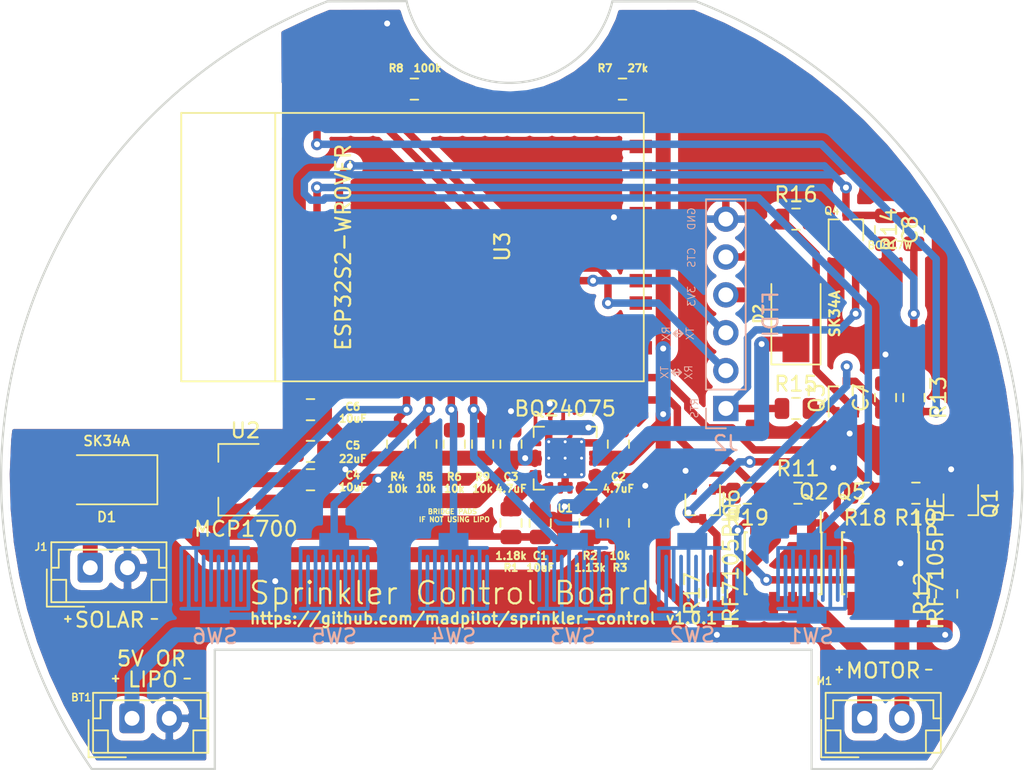
<source format=kicad_pcb>
(kicad_pcb (version 20171130) (host pcbnew "(5.1.9-0-10_14)")
  (layers (0 F.Cu signal) (31 B.Cu signal) (34 B.Paste user) (35 F.Paste user) (36 B.SilkS user) (37 F.SilkS user) (38 B.Mask user) (39 F.Mask user) (44 Edge.Cuts user))
  (net 0 "")
  (net 1 GND)
  (net 2 +BATT)
  (net 3 +3V3)
  (net 4 EN)
  (net 5 IO0)
  (net 6 "Net-(R1-Pad1)")
  (net 7 STBY)
  (net 8 CHRG)
  (net 9 "Net-(U3-Pad4)")
  (net 10 "Net-(U3-Pad5)")
  (net 11 "Net-(U3-Pad14)")
  (net 12 "Net-(U3-Pad17)")
  (net 13 "Net-(U3-Pad18)")
  (net 14 "Net-(U3-Pad19)")
  (net 15 "Net-(U3-Pad20)")
  (net 16 "Net-(U3-Pad21)")
  (net 17 "Net-(U3-Pad22)")
  (net 18 "Net-(U3-Pad23)")
  (net 19 "Net-(U3-Pad27)")
  (net 20 "Net-(U3-Pad28)")
  (net 21 "Net-(U3-Pad30)")
  (net 22 "Net-(U3-Pad31)")
  (net 23 TX)
  (net 24 RX)
  (net 25 "Net-(U3-Pad36)")
  (net 26 WATER_ON)
  (net 27 BATT_CHECK)
  (net 28 WATER_OFF)
  (net 29 "Net-(U3-Pad33)")
  (net 30 "Net-(Q3-Pad1)")
  (net 31 "Net-(U3-Pad25)")
  (net 32 "Net-(U3-Pad24)")
  (net 33 "Net-(U3-Pad29)")
  (net 34 "Net-(U3-Pad34)")
  (net 35 "Net-(U3-Pad35)")
  (net 36 "Net-(U3-Pad39)")
  (net 37 "Net-(U3-Pad40)")
  (net 38 "Net-(D1-Pad2)")
  (net 39 +5V)
  (net 40 "Net-(U3-Pad11)")
  (net 41 "Net-(U3-Pad10)")
  (net 42 "Net-(C1-Pad2)")
  (net 43 "Net-(C3-Pad1)")
  (net 44 "Net-(J2-Pad5)")
  (net 45 "Net-(J2-Pad1)")
  (net 46 "Net-(M1-Pad1)")
  (net 47 "Net-(M1-Pad2)")
  (net 48 "Net-(Q1-Pad3)")
  (net 49 "Net-(Q1-Pad1)")
  (net 50 "Net-(Q4-Pad1)")
  (net 51 "Net-(Q5-Pad3)")
  (net 52 "Net-(Q5-Pad4)")
  (net 53 "Net-(Q6-Pad1)")
  (net 54 "Net-(R2-Pad1)")
  (net 55 "Net-(R3-Pad1)")
  (net 56 "Net-(R4-Pad2)")
  (net 57 "Net-(R5-Pad2)")
  (net 58 "Net-(R6-Pad2)")
  (net 59 "Net-(R9-Pad2)")
  (module Package_TO_SOT_SMD:SOT-323_SC-70 (layer F.Cu) (at 131.55 113.87 90)
    (fp_text reference Q4 (at 1.3 -0.95) (layer F.SilkS) (effects (font (size 0.5 0.5) (thickness 0.1))))
    (fp_text value BC817W (at -1 2.95) (layer F.SilkS) (effects (font (size 0.5 0.5) (thickness 0.1))))
    (pad 1 smd rect (at -1 -0.65) (size 0.45 0.7) (layers F.Cu F.Paste F.Mask) (net 50 "Net-(Q4-Pad1)"))
    (pad 2 smd rect (at -1 0.65) (size 0.45 0.7) (layers F.Cu F.Paste F.Mask) (net 45 "Net-(J2-Pad1)"))
    (pad 3 smd rect (at 1 0) (size 0.45 0.7) (layers F.Cu F.Paste F.Mask) (net 5 IO0))
  )
  (module Package_TO_SOT_SMD:SOT-323_SC-70 (layer F.Cu) (at 131.55 125.07 90)
    (fp_text reference Q3 (at -0.05 -1.95 90) (layer F.SilkS))
    (fp_text value BC817W)
    (pad 3 smd rect (at 1 0) (size 0.45 0.7) (layers F.Cu F.Paste F.Mask) (net 4 EN))
    (pad 2 smd rect (at -1 0.65) (size 0.45 0.7) (layers F.Cu F.Paste F.Mask) (net 44 "Net-(J2-Pad5)"))
    (pad 1 smd rect (at -1 -0.65) (size 0.45 0.7) (layers F.Cu F.Paste F.Mask) (net 30 "Net-(Q3-Pad1)"))
  )
  (module Resistor_SMD:R_0805_2012Metric (layer F.Cu) (at 128.2 113.12)
    (fp_text reference R16 (at 0 -1.65) (layer F.SilkS))
    (fp_text value 12k)
    (pad 2 smd roundrect (at 0.9375 0) (size 0.975 1.4) (layers F.Cu F.Paste F.Mask) (net 50 "Net-(Q4-Pad1)"))
    (pad 1 smd roundrect (at -0.9375 0) (size 0.975 1.4) (layers F.Cu F.Paste F.Mask) (net 44 "Net-(J2-Pad5)"))
  )
  (module Capacitor_SMD:C_0805_2012Metric (layer F.Cu) (at 109.1 128.2125 90)
    (fp_text reference C3 (at -2.1875 0 180) (layer F.SilkS) (effects (font (size 0.5 0.5) (thickness 0.125))))
    (fp_text value 4.7uF (at -2.9875 0 180) (layer F.SilkS) (effects (font (size 0.5 0.5) (thickness 0.125))))
    (pad 2 smd roundrect (at 0.9375 0 90) (size 0.975 1.4) (layers F.Cu F.Paste F.Mask) (net 1 GND))
    (pad 1 smd roundrect (at -0.9375 0 90) (size 0.975 1.4) (layers F.Cu F.Paste F.Mask) (net 43 "Net-(C3-Pad1)"))
  )
  (module Resistor_SMD:R_0805_2012Metric (layer F.Cu) (at 109.1 133.5 270)
    (fp_text reference R1 (at 3 0 180) (layer F.SilkS) (effects (font (size 0.5 0.5) (thickness 0.125))))
    (fp_text value 1.18k (at 2.2 0 180) (layer F.SilkS) (effects (font (size 0.5 0.5) (thickness 0.125))))
    (pad 2 smd roundrect (at 0.9375 0 270) (size 0.975 1.4) (layers F.Cu F.Paste F.Mask) (net 1 GND))
    (pad 1 smd roundrect (at -0.9375 0 270) (size 0.975 1.4) (layers F.Cu F.Paste F.Mask) (net 6 "Net-(R1-Pad1)"))
  )
  (module Resistor_SMD:R_0805_2012Metric (layer F.Cu) (at 102.625 104.4 180)
    (fp_text reference R8 (at 1.225 1.4) (layer F.SilkS) (effects (font (size 0.5 0.5) (thickness 0.125))))
    (fp_text value 100k (at -0.875 1.4) (layer F.SilkS) (effects (font (size 0.5 0.5) (thickness 0.125))))
    (pad 2 smd roundrect (at 0.9375 0 180) (size 0.975 1.4) (layers F.Cu F.Paste F.Mask) (net 1 GND))
    (pad 1 smd roundrect (at -0.9375 0 180) (size 0.975 1.4) (layers F.Cu F.Paste F.Mask) (net 27 BATT_CHECK))
  )
  (module Package_TO_SOT_SMD:SOT-89-3 (layer F.Cu) (at 91.267 130.6 180)
    (fp_text reference U2 (at -0.033 3.3) (layer F.SilkS))
    (fp_text value MCP1700 (at -0.0665 -3.3 180) (layer F.SilkS))
    (pad 2 smd trapezoid (at 2.667 0 90) (size 1.6 0.85) (rect_delta 0 0.6) (layers F.Cu F.Paste F.Mask) (net 43 "Net-(C3-Pad1)"))
    (pad 1 smd rect (at -1.48 -1.5 90) (size 1 1.5) (layers F.Cu F.Paste F.Mask) (net 1 GND))
    (pad 2 smd rect (at -1.3335 0 90) (size 1 1.8) (layers F.Cu F.Paste F.Mask) (net 43 "Net-(C3-Pad1)"))
    (pad 3 smd rect (at -1.48 1.5 90) (size 1 1.5) (layers F.Cu F.Paste F.Mask) (net 3 +3V3))
    (pad 2 smd rect (at 1.3335 0 90) (size 2.2 1.84) (layers F.Cu F.Paste F.Mask) (net 43 "Net-(C3-Pad1)"))
    (pad 2 smd trapezoid (at -0.0762 0 270) (size 1.5 1) (rect_delta 0 0.7) (layers F.Cu F.Paste F.Mask) (net 43 "Net-(C3-Pad1)"))
  )
  (module Resistor_SMD:R_0805_2012Metric (layer F.Cu) (at 124.9375 131.5 180)
    (fp_text reference R19 (at 0 -1.65) (layer F.SilkS))
    (fp_text value 10K)
    (pad 2 smd roundrect (at 0.9375 0 180) (size 0.975 1.4) (layers F.Cu F.Paste F.Mask) (net 53 "Net-(Q6-Pad1)"))
    (pad 1 smd roundrect (at -0.9375 0 180) (size 0.975 1.4) (layers F.Cu F.Paste F.Mask) (net 28 WATER_OFF))
  )
  (module Resistor_SMD:R_0805_2012Metric (layer F.Cu) (at 132.8375 131.5 180)
    (fp_text reference R18 (at 0 -1.65) (layer F.SilkS))
    (fp_text value 10k)
    (pad 2 smd roundrect (at 0.9375 0 180) (size 0.975 1.4) (layers F.Cu F.Paste F.Mask) (net 1 GND))
    (pad 1 smd roundrect (at -0.9375 0 180) (size 0.975 1.4) (layers F.Cu F.Paste F.Mask) (net 26 WATER_ON))
  )
  (module Resistor_SMD:R_0805_2012Metric (layer F.Cu) (at 122.9 138.2375 90)
    (fp_text reference R17 (at 0 -1.65 90) (layer F.SilkS))
    (fp_text value 330R)
    (pad 2 smd roundrect (at 0.9375 0 90) (size 0.975 1.4) (layers F.Cu F.Paste F.Mask) (net 52 "Net-(Q5-Pad4)"))
    (pad 1 smd roundrect (at -0.9375 0 90) (size 0.975 1.4) (layers F.Cu F.Paste F.Mask) (net 2 +BATT))
  )
  (module Resistor_SMD:R_0805_2012Metric (layer F.Cu) (at 128.2 125.82)
    (fp_text reference R15 (at 0 -1.65) (layer F.SilkS))
    (fp_text value 12k)
    (pad 2 smd roundrect (at 0.9375 0) (size 0.975 1.4) (layers F.Cu F.Paste F.Mask) (net 30 "Net-(Q3-Pad1)"))
    (pad 1 smd roundrect (at -0.9375 0) (size 0.975 1.4) (layers F.Cu F.Paste F.Mask) (net 45 "Net-(J2-Pad1)"))
  )
  (module Resistor_SMD:R_0805_2012Metric (layer F.Cu) (at 136.1 113.8375 90)
    (fp_text reference R14 (at 0 -1.65 90) (layer F.SilkS))
    (fp_text value 10k)
    (pad 2 smd roundrect (at 0.9375 0 90) (size 0.975 1.4) (layers F.Cu F.Paste F.Mask) (net 5 IO0))
    (pad 1 smd roundrect (at -0.9375 0 90) (size 0.975 1.4) (layers F.Cu F.Paste F.Mask) (net 3 +3V3))
  )
  (module Resistor_SMD:R_0805_2012Metric (layer F.Cu) (at 136.1 125.09 270)
    (fp_text reference R13 (at 0 -1.65 90) (layer F.SilkS))
    (fp_text value 10k)
    (pad 2 smd roundrect (at 0.9375 0 270) (size 0.975 1.4) (layers F.Cu F.Paste F.Mask) (net 4 EN))
    (pad 1 smd roundrect (at -0.9375 0 270) (size 0.975 1.4) (layers F.Cu F.Paste F.Mask) (net 3 +3V3))
  )
  (module Resistor_SMD:R_0805_2012Metric (layer F.Cu) (at 138.3 138.25 90)
    (fp_text reference R12 (at 0 -1.65 90) (layer F.SilkS))
    (fp_text value 330R)
    (pad 2 smd roundrect (at 0.9375 0 90) (size 0.975 1.4) (layers F.Cu F.Paste F.Mask) (net 48 "Net-(Q1-Pad3)"))
    (pad 1 smd roundrect (at -0.9375 0 90) (size 0.975 1.4) (layers F.Cu F.Paste F.Mask) (net 2 +BATT))
  )
  (module Resistor_SMD:R_0805_2012Metric (layer F.Cu) (at 128.3375 131.5)
    (fp_text reference R11 (at 0 -1.65) (layer F.SilkS))
    (fp_text value 10k)
    (pad 2 smd roundrect (at 0.9375 0) (size 0.975 1.4) (layers F.Cu F.Paste F.Mask) (net 1 GND))
    (pad 1 smd roundrect (at -0.9375 0) (size 0.975 1.4) (layers F.Cu F.Paste F.Mask) (net 28 WATER_OFF))
  )
  (module Resistor_SMD:R_0805_2012Metric (layer F.Cu) (at 136.2375 131.5 180)
    (fp_text reference R10 (at 0 -1.65) (layer F.SilkS))
    (fp_text value 10k)
    (pad 2 smd roundrect (at 0.9375 0 180) (size 0.975 1.4) (layers F.Cu F.Paste F.Mask) (net 26 WATER_ON))
    (pad 1 smd roundrect (at -0.9375 0 180) (size 0.975 1.4) (layers F.Cu F.Paste F.Mask) (net 49 "Net-(Q1-Pad1)"))
  )
  (module Resistor_SMD:R_0805_2012Metric (layer F.Cu) (at 107.2 128.2125 90)
    (fp_text reference R9 (at -2.1875 0 180) (layer F.SilkS) (effects (font (size 0.5 0.5) (thickness 0.125))))
    (fp_text value 10k (at -2.9875 0 180) (layer F.SilkS) (effects (font (size 0.5 0.5) (thickness 0.125))))
    (pad 2 smd roundrect (at 0.9375 0 90) (size 0.975 1.4) (layers F.Cu F.Paste F.Mask) (net 59 "Net-(R9-Pad2)"))
    (pad 1 smd roundrect (at -0.9375 0 90) (size 0.975 1.4) (layers F.Cu F.Paste F.Mask) (net 3 +3V3))
  )
  (module Resistor_SMD:R_0805_2012Metric (layer F.Cu) (at 116.575 104.4 180)
    (fp_text reference R7 (at 1.175 1.4) (layer F.SilkS) (effects (font (size 0.5 0.5) (thickness 0.125))))
    (fp_text value 27k (at -1.025 1.4) (layer F.SilkS) (effects (font (size 0.5 0.5) (thickness 0.125))))
    (pad 2 smd roundrect (at 0.9375 0 180) (size 0.975 1.4) (layers F.Cu F.Paste F.Mask) (net 27 BATT_CHECK))
    (pad 1 smd roundrect (at -0.9375 0 180) (size 0.975 1.4) (layers F.Cu F.Paste F.Mask) (net 2 +BATT))
  )
  (module Resistor_SMD:R_0805_2012Metric (layer F.Cu) (at 105.3 128.2125 90)
    (fp_text reference R6 (at -2.1875 0 180) (layer F.SilkS) (effects (font (size 0.5 0.5) (thickness 0.125))))
    (fp_text value 10k (at -2.9875 0 180) (layer F.SilkS) (effects (font (size 0.5 0.5) (thickness 0.125))))
    (pad 2 smd roundrect (at 0.9375 0 90) (size 0.975 1.4) (layers F.Cu F.Paste F.Mask) (net 58 "Net-(R6-Pad2)"))
    (pad 1 smd roundrect (at -0.9375 0 90) (size 0.975 1.4) (layers F.Cu F.Paste F.Mask) (net 3 +3V3))
  )
  (module Resistor_SMD:R_0805_2012Metric (layer F.Cu) (at 103.4 128.2125 90)
    (fp_text reference R5 (at -2.1875 0 180) (layer F.SilkS) (effects (font (size 0.5 0.5) (thickness 0.125))))
    (fp_text value 10k (at -2.9875 0 180) (layer F.SilkS) (effects (font (size 0.5 0.5) (thickness 0.125))))
    (pad 2 smd roundrect (at 0.9375 0 90) (size 0.975 1.4) (layers F.Cu F.Paste F.Mask) (net 57 "Net-(R5-Pad2)"))
    (pad 1 smd roundrect (at -0.9375 0 90) (size 0.975 1.4) (layers F.Cu F.Paste F.Mask) (net 3 +3V3))
  )
  (module Resistor_SMD:R_0805_2012Metric (layer F.Cu) (at 101.5 128.2125 90)
    (fp_text reference R4 (at -2.1875 0 180) (layer F.SilkS) (effects (font (size 0.5 0.5) (thickness 0.125))))
    (fp_text value 10k (at -2.9875 0 180) (layer F.SilkS) (effects (font (size 0.5 0.5) (thickness 0.125))))
    (pad 2 smd roundrect (at 0.9375 0 90) (size 0.975 1.4) (layers F.Cu F.Paste F.Mask) (net 56 "Net-(R4-Pad2)"))
    (pad 1 smd roundrect (at -0.9375 0 90) (size 0.975 1.4) (layers F.Cu F.Paste F.Mask) (net 3 +3V3))
  )
  (module Resistor_SMD:R_0805_2012Metric (layer F.Cu) (at 116.3 133.5 270)
    (fp_text reference R3 (at 3 -0.1 180) (layer F.SilkS) (effects (font (size 0.5 0.5) (thickness 0.125))))
    (fp_text value 10k (at 2.2 -0.1 180) (layer F.SilkS) (effects (font (size 0.5 0.5) (thickness 0.125))))
    (pad 2 smd roundrect (at 0.9375 0 270) (size 0.975 1.4) (layers F.Cu F.Paste F.Mask) (net 1 GND))
    (pad 1 smd roundrect (at -0.9375 0 270) (size 0.975 1.4) (layers F.Cu F.Paste F.Mask) (net 55 "Net-(R3-Pad1)"))
  )
  (module Resistor_SMD:R_0805_2012Metric (layer F.Cu) (at 114.4 133.5 270)
    (fp_text reference R2 (at 2.2 0 180) (layer F.SilkS) (effects (font (size 0.5 0.5) (thickness 0.125))))
    (fp_text value 1.13k (at 3 0 180) (layer F.SilkS) (effects (font (size 0.5 0.5) (thickness 0.125))))
    (pad 2 smd roundrect (at 0.9375 0 270) (size 0.975 1.4) (layers F.Cu F.Paste F.Mask) (net 1 GND))
    (pad 1 smd roundrect (at -0.9375 0 270) (size 0.975 1.4) (layers F.Cu F.Paste F.Mask) (net 54 "Net-(R2-Pad1)"))
  )
  (module Capacitor_SMD:C_0805_2012Metric (layer F.Cu) (at 134.2 113.8375 270)
    (fp_text reference C8 (at 0 -1.65 90) (layer F.SilkS))
    (fp_text value 0.1uF)
    (pad 2 smd roundrect (at 0.9375 0 270) (size 0.975 1.4) (layers F.Cu F.Paste F.Mask) (net 1 GND))
    (pad 1 smd roundrect (at -0.9375 0 270) (size 0.975 1.4) (layers F.Cu F.Paste F.Mask) (net 5 IO0))
  )
  (module Capacitor_SMD:C_0805_2012Metric (layer F.Cu) (at 134.2 125.09 90)
    (fp_text reference C7 (at 0 -1.65 90) (layer F.SilkS))
    (fp_text value 0.1uF)
    (pad 2 smd roundrect (at 0.9375 0 90) (size 0.975 1.4) (layers F.Cu F.Paste F.Mask) (net 1 GND))
    (pad 1 smd roundrect (at -0.9375 0 90) (size 0.975 1.4) (layers F.Cu F.Paste F.Mask) (net 4 EN))
  )
  (module Capacitor_SMD:C_0805_2012Metric (layer F.Cu) (at 95.6625 125.9 180)
    (fp_text reference C6 (at -2.8375 0.2) (layer F.SilkS) (effects (font (size 0.5 0.5) (thickness 0.125))))
    (fp_text value 10uF (at -2.8375 -0.6) (layer F.SilkS) (effects (font (size 0.5 0.5) (thickness 0.125))))
    (pad 2 smd roundrect (at 0.9375 0 180) (size 0.975 1.4) (layers F.Cu F.Paste F.Mask) (net 1 GND))
    (pad 1 smd roundrect (at -0.9375 0 180) (size 0.975 1.4) (layers F.Cu F.Paste F.Mask) (net 3 +3V3))
  )
  (module Capacitor_SMD:C_0805_2012Metric (layer F.Cu) (at 95.6625 128.7)
    (fp_text reference C5 (at 2.8375 -0.4) (layer F.SilkS) (effects (font (size 0.5 0.5) (thickness 0.125))))
    (fp_text value 22uF (at 2.8375 0.5) (layer F.SilkS) (effects (font (size 0.5 0.5) (thickness 0.125))))
    (pad 2 smd roundrect (at 0.9375 0) (size 0.975 1.4) (layers F.Cu F.Paste F.Mask) (net 1 GND))
    (pad 1 smd roundrect (at -0.9375 0) (size 0.975 1.4) (layers F.Cu F.Paste F.Mask) (net 3 +3V3))
  )
  (module Capacitor_SMD:C_0805_2012Metric (layer F.Cu) (at 95.6625 130.6)
    (fp_text reference C4 (at 2.8375 -0.3) (layer F.SilkS) (effects (font (size 0.5 0.5) (thickness 0.125))))
    (fp_text value 10uF (at 2.8375 0.5) (layer F.SilkS) (effects (font (size 0.5 0.5) (thickness 0.125))))
    (pad 2 smd roundrect (at 0.9375 0) (size 0.975 1.4) (layers F.Cu F.Paste F.Mask) (net 1 GND))
    (pad 1 smd roundrect (at -0.9375 0) (size 0.975 1.4) (layers F.Cu F.Paste F.Mask) (net 43 "Net-(C3-Pad1)"))
  )
  (module Capacitor_SMD:C_0805_2012Metric (layer F.Cu) (at 116.3 128.2125 90)
    (fp_text reference C2 (at -2.1875 0 180) (layer F.SilkS) (effects (font (size 0.5 0.5) (thickness 0.125))))
    (fp_text value 4.7uF (at -2.9875 0 180) (layer F.SilkS) (effects (font (size 0.5 0.5) (thickness 0.125))))
    (pad 2 smd roundrect (at 0.9375 0 90) (size 0.975 1.4) (layers F.Cu F.Paste F.Mask) (net 1 GND))
    (pad 1 smd roundrect (at -0.9375 0 90) (size 0.975 1.4) (layers F.Cu F.Paste F.Mask) (net 2 +BATT))
  )
  (module Capacitor_SMD:C_0805_2012Metric (layer F.Cu) (at 111.06 133.5 90)
    (fp_text reference C1 (at -2.2 0 180) (layer F.SilkS) (effects (font (size 0.5 0.5) (thickness 0.125))))
    (fp_text value 10uF (at -3 0 180) (layer F.SilkS) (effects (font (size 0.5 0.5) (thickness 0.125))))
    (pad 2 smd roundrect (at 0.9375 0 90) (size 0.975 1.4) (layers F.Cu F.Paste F.Mask) (net 42 "Net-(C1-Pad2)"))
    (pad 1 smd roundrect (at -0.9375 0 90) (size 0.975 1.4) (layers F.Cu F.Paste F.Mask) (net 1 GND))
  )
  (module Package_TO_SOT_SMD:SOT-323_SC-70 (layer F.Cu) (at 121.95 132.25 270)
    (fp_text reference Q6 (at -0.05 -1.95 90) (layer F.SilkS))
    (fp_text value BC817W)
    (pad 3 smd rect (at 1 0 180) (size 0.45 0.7) (layers F.Cu F.Paste F.Mask) (net 52 "Net-(Q5-Pad4)"))
    (pad 2 smd rect (at -1 0.65 180) (size 0.45 0.7) (layers F.Cu F.Paste F.Mask) (net 1 GND))
    (pad 1 smd rect (at -1 -0.65 180) (size 0.45 0.7) (layers F.Cu F.Paste F.Mask) (net 53 "Net-(Q6-Pad1)"))
  )
  (module Package_TO_SOT_SMD:SOT-323_SC-70 (layer F.Cu) (at 139.25 132.25 270)
    (fp_text reference Q1 (at -0.05 -1.95 90) (layer F.SilkS))
    (fp_text value BC817W)
    (pad 3 smd rect (at 1 0 180) (size 0.45 0.7) (layers F.Cu F.Paste F.Mask) (net 48 "Net-(Q1-Pad3)"))
    (pad 2 smd rect (at -1 0.65 180) (size 0.45 0.7) (layers F.Cu F.Paste F.Mask) (net 1 GND))
    (pad 1 smd rect (at -1 -0.65 180) (size 0.45 0.7) (layers F.Cu F.Paste F.Mask) (net 49 "Net-(Q1-Pad1)"))
  )
  (module Package_DFN_QFN:Texas_S-PVQFN-N16_EP2.7x2.7mm_ThermalVias (layer F.Cu) (at 112.73 129.1525 180)
    (fp_text reference U1 (at 0 -3.36375) (layer F.SilkS) (effects (font (size 0.5 0.5) (thickness 0.125))))
    (fp_text value BQ24075 (at 0 3.32) (layer F.SilkS))
    (pad 16 smd roundrect (at -0.975 -1.9875 180) (size 0.35 0.775) (layers F.Cu F.Paste F.Mask) (net 54 "Net-(R2-Pad1)"))
    (pad 15 smd roundrect (at -0.325 -1.9875 180) (size 0.35 0.775) (layers F.Cu F.Paste F.Mask) (net 1 GND))
    (pad 14 smd roundrect (at 0.325 -1.9875 180) (size 0.35 0.775) (layers F.Cu F.Paste F.Mask) (net 1 GND))
    (pad 13 smd roundrect (at 0.975 -1.9875 180) (size 0.35 0.775) (layers F.Cu F.Paste F.Mask) (net 42 "Net-(C1-Pad2)"))
    (pad 12 smd roundrect (at 1.9875 -0.975 180) (size 0.775 0.35) (layers F.Cu F.Paste F.Mask) (net 6 "Net-(R1-Pad1)"))
    (pad 11 smd roundrect (at 1.9875 -0.325 180) (size 0.775 0.35) (layers F.Cu F.Paste F.Mask) (net 43 "Net-(C3-Pad1)"))
    (pad 10 smd roundrect (at 1.9875 0.325 180) (size 0.775 0.35) (layers F.Cu F.Paste F.Mask) (net 43 "Net-(C3-Pad1)"))
    (pad 9 smd roundrect (at 1.9875 0.975 180) (size 0.775 0.35) (layers F.Cu F.Paste F.Mask) (net 8 CHRG))
    (pad 8 smd roundrect (at 0.975 1.9875 180) (size 0.35 0.775) (layers F.Cu F.Paste F.Mask) (net 1 GND))
    (pad 7 smd roundrect (at 0.325 1.9875 180) (size 0.35 0.775) (layers F.Cu F.Paste F.Mask) (net 7 STBY))
    (pad 6 smd roundrect (at -0.325 1.9875 180) (size 0.35 0.775) (layers F.Cu F.Paste F.Mask) (net 1 GND))
    (pad 5 smd roundrect (at -0.975 1.9875 180) (size 0.35 0.775) (layers F.Cu F.Paste F.Mask) (net 43 "Net-(C3-Pad1)"))
    (pad 4 smd roundrect (at -1.9875 0.975 180) (size 0.775 0.35) (layers F.Cu F.Paste F.Mask) (net 1 GND))
    (pad 3 smd roundrect (at -1.9875 0.325 180) (size 0.775 0.35) (layers F.Cu F.Paste F.Mask) (net 2 +BATT))
    (pad 2 smd roundrect (at -1.9875 -0.325 180) (size 0.775 0.35) (layers F.Cu F.Paste F.Mask) (net 2 +BATT))
    (pad 1 smd roundrect (at -1.9875 -0.975 180) (size 0.775 0.35) (layers F.Cu F.Paste F.Mask) (net 55 "Net-(R3-Pad1)"))
    (pad 17 smd roundrect (at 0 0 180) (size 2.7 2.7) (layers B.Cu) (roundrect_rratio 0.09259299999999999) (net 1 GND))
    (pad 17 thru_hole circle (at 1.1 1.1 180) (size 0.5 0.5) (drill 0.2) (layers *.Cu) (net 1 GND))
    (pad 17 thru_hole circle (at 0 1.1 180) (size 0.5 0.5) (drill 0.2) (layers *.Cu) (net 1 GND))
    (pad 17 thru_hole circle (at -1.1 1.1 180) (size 0.5 0.5) (drill 0.2) (layers *.Cu) (net 1 GND))
    (pad 17 thru_hole circle (at 1.1 0 180) (size 0.5 0.5) (drill 0.2) (layers *.Cu) (net 1 GND))
    (pad 17 thru_hole circle (at 0 0 180) (size 0.5 0.5) (drill 0.2) (layers *.Cu) (net 1 GND))
    (pad 17 thru_hole circle (at -1.1 0 180) (size 0.5 0.5) (drill 0.2) (layers *.Cu) (net 1 GND))
    (pad 17 thru_hole circle (at 1.1 -1.1 180) (size 0.5 0.5) (drill 0.2) (layers *.Cu) (net 1 GND))
    (pad 17 thru_hole circle (at 0 -1.1 180) (size 0.5 0.5) (drill 0.2) (layers *.Cu) (net 1 GND))
    (pad 17 thru_hole circle (at -1.1 -1.1 180) (size 0.5 0.5) (drill 0.2) (layers *.Cu) (net 1 GND))
    (pad 17 smd roundrect (at 0 0 180) (size 2.7 2.7) (layers F.Cu F.Mask) (roundrect_rratio 0.09259299999999999) (net 1 GND))
  )
  (module Diode_SMD:D_SMA (layer F.Cu) (at 128.2 119.47 90)
    (fp_text reference D2 (at 0 -2.5 90) (layer F.SilkS) (effects (font (size 0.66 0.66))))
    (fp_text value SK34A (at 0 2.6 90) (layer F.SilkS) (effects (font (size 0.66 0.66))))
    (pad 2 smd rect (at 2 0 90) (size 2.5 1.8) (layers F.Cu F.Paste F.Mask) (net 39 +5V))
    (pad 1 smd rect (at -2 0 90) (size 2.5 1.8) (layers F.Cu F.Paste F.Mask) (net 42 "Net-(C1-Pad2)"))
  )
  (module Diode_SMD:D_SMA (layer F.Cu) (at 82 130.6 180)
    (fp_text reference D1 (at 0 -2.5) (layer F.SilkS) (effects (font (size 0.66 0.66) (thickness 0.125))))
    (fp_text value SK34A (at 0 2.6) (layer F.SilkS) (effects (font (size 0.66 0.66) (thickness 0.125))))
    (pad 2 smd rect (at 2 0 180) (size 2.5 1.8) (layers F.Cu F.Paste F.Mask) (net 38 "Net-(D1-Pad2)"))
    (pad 1 smd rect (at -2 0 180) (size 2.5 1.8) (layers F.Cu F.Paste F.Mask) (net 42 "Net-(C1-Pad2)"))
  )
  (module Connector_PinHeader_2.54mm:PinHeader_1x06_P2.54mm_Vertical (layer B.Cu) (at 123.5 125.82)
    (fp_text reference J2 (at 0 2.33) (layer B.SilkS) (effects (justify mirror)))
    (fp_text value Conn_FTDI)
    (pad 6 thru_hole oval (at 0 -12.7) (size 1.7 1.7) (drill 1) (layers *.Cu *.Mask) (net 1 GND))
    (pad 5 thru_hole oval (at 0 -10.16) (size 1.7 1.7) (drill 1) (layers *.Cu *.Mask) (net 44 "Net-(J2-Pad5)"))
    (pad 4 thru_hole oval (at 0 -7.62) (size 1.7 1.7) (drill 1) (layers *.Cu *.Mask) (net 39 +5V))
    (pad 3 thru_hole oval (at 0 -5.08) (size 1.7 1.7) (drill 1) (layers *.Cu *.Mask) (net 23 TX))
    (pad 2 thru_hole oval (at 0 -2.54) (size 1.7 1.7) (drill 1) (layers *.Cu *.Mask) (net 24 RX))
    (pad 1 thru_hole rect (at 0 0) (size 1.7 1.7) (drill 1) (layers *.Cu *.Mask) (net 45 "Net-(J2-Pad1)"))
  )
  (module Package_SO:SOIC-8_3.9x4.9mm_P1.27mm (layer F.Cu) (at 133.865 136.2 270)
    (fp_text reference Q5 (at -4.8 1.965 180) (layer F.SilkS))
    (fp_text value IRF7105PbF (at 0 -3.695 90) (layer F.SilkS))
    (pad 1 smd rect (at -2.7 -1.905 270) (size 1.55 0.6) (layers F.Cu F.Paste F.Mask) (net 1 GND))
    (pad 2 smd rect (at -2.7 -0.635 270) (size 1.55 0.6) (layers F.Cu F.Paste F.Mask) (net 26 WATER_ON))
    (pad 3 smd rect (at -2.7 0.635 270) (size 1.55 0.6) (layers F.Cu F.Paste F.Mask) (net 51 "Net-(Q5-Pad3)"))
    (pad 4 smd rect (at -2.7 1.905 270) (size 1.55 0.6) (layers F.Cu F.Paste F.Mask) (net 52 "Net-(Q5-Pad4)"))
    (pad 5 smd rect (at 2.7 1.905 270) (size 1.55 0.6) (layers F.Cu F.Paste F.Mask) (net 47 "Net-(M1-Pad2)"))
    (pad 6 smd rect (at 2.7 0.635 270) (size 1.55 0.6) (layers F.Cu F.Paste F.Mask) (net 47 "Net-(M1-Pad2)"))
    (pad 7 smd rect (at 2.7 -0.635 270) (size 1.55 0.6) (layers F.Cu F.Paste F.Mask) (net 47 "Net-(M1-Pad2)"))
    (pad 8 smd rect (at 2.7 -1.905 270) (size 1.55 0.6) (layers F.Cu F.Paste F.Mask) (net 47 "Net-(M1-Pad2)"))
  )
  (module Package_SO:SOIC-8_3.9x4.9mm_P1.27mm (layer F.Cu) (at 127.335 136.2 270)
    (fp_text reference Q2 (at -4.8 -2.065 180) (layer F.SilkS))
    (fp_text value IRF7105PbF (at 0 3.5 90) (layer F.SilkS))
    (pad 8 smd rect (at 2.7 -1.905 270) (size 1.55 0.6) (layers F.Cu F.Paste F.Mask) (net 46 "Net-(M1-Pad1)"))
    (pad 7 smd rect (at 2.7 -0.635 270) (size 1.55 0.6) (layers F.Cu F.Paste F.Mask) (net 46 "Net-(M1-Pad1)"))
    (pad 6 smd rect (at 2.7 0.635 270) (size 1.55 0.6) (layers F.Cu F.Paste F.Mask) (net 46 "Net-(M1-Pad1)"))
    (pad 5 smd rect (at 2.7 1.905 270) (size 1.55 0.6) (layers F.Cu F.Paste F.Mask) (net 46 "Net-(M1-Pad1)"))
    (pad 4 smd rect (at -2.7 1.905 270) (size 1.55 0.6) (layers F.Cu F.Paste F.Mask) (net 48 "Net-(Q1-Pad3)"))
    (pad 3 smd rect (at -2.7 0.635 270) (size 1.55 0.6) (layers F.Cu F.Paste F.Mask) (net 2 +BATT))
    (pad 2 smd rect (at -2.7 -0.635 270) (size 1.55 0.6) (layers F.Cu F.Paste F.Mask) (net 28 WATER_OFF))
    (pad 1 smd rect (at -2.7 -1.905 270) (size 1.55 0.6) (layers F.Cu F.Paste F.Mask) (net 1 GND))
  )
  (module RF_Module:ESP32-S2-WROVER (layer F.Cu) (at 102.5 115 90)
    (fp_text reference U3 (at 0.03 6.02 90) (layer F.SilkS))
    (fp_text value ESP32S2-WROVER (at -0.01 -4.64 90) (layer F.SilkS))
    (pad 43 smd rect (at -0.24 1 180) (size 1.1 1.1) (layers F.Cu F.Paste F.Mask) (net 1 GND))
    (pad 43 smd rect (at -1.74 1 180) (size 1.1 1.1) (layers F.Cu F.Paste F.Mask) (net 1 GND))
    (pad 43 smd rect (at -3.24 1 180) (size 1.1 1.1) (layers F.Cu F.Paste F.Mask) (net 1 GND))
    (pad 43 smd rect (at -0.24 -0.5 180) (size 1.1 1.1) (layers F.Cu F.Paste F.Mask) (net 1 GND))
    (pad 43 smd rect (at -1.74 -0.5 180) (size 1.1 1.1) (layers F.Cu F.Paste F.Mask) (net 1 GND))
    (pad 43 smd rect (at -3.24 -0.5 180) (size 1.1 1.1) (layers F.Cu F.Paste F.Mask) (net 1 GND))
    (pad 43 smd rect (at -0.24 -2 180) (size 1.1 1.1) (layers F.Cu F.Paste F.Mask) (net 1 GND))
    (pad 43 smd rect (at -1.74 -2 180) (size 1.1 1.1) (layers F.Cu F.Paste F.Mask) (net 1 GND))
    (pad 43 smd rect (at -3.24 -2 180) (size 1.1 1.1) (layers F.Cu F.Paste F.Mask) (net 1 GND))
    (pad 26 smd rect (at 6.75 15.3 180) (size 1.5 0.9) (layers F.Cu F.Paste F.Mask) (net 1 GND))
    (pad 25 smd rect (at 5.25 15.3 180) (size 1.5 0.9) (layers F.Cu F.Paste F.Mask) (net 31 "Net-(U3-Pad25)"))
    (pad 24 smd rect (at 3.75 15.3 180) (size 1.5 0.9) (layers F.Cu F.Paste F.Mask) (net 32 "Net-(U3-Pad24)"))
    (pad 23 smd rect (at 2.25 15.3 180) (size 1.5 0.9) (layers F.Cu F.Paste F.Mask) (net 18 "Net-(U3-Pad23)"))
    (pad 22 smd rect (at 0.75 15.3 180) (size 1.5 0.9) (layers F.Cu F.Paste F.Mask) (net 17 "Net-(U3-Pad22)"))
    (pad 21 smd rect (at -0.75 15.3 180) (size 1.5 0.9) (layers F.Cu F.Paste F.Mask) (net 16 "Net-(U3-Pad21)"))
    (pad 20 smd rect (at -2.25 15.3 180) (size 1.5 0.9) (layers F.Cu F.Paste F.Mask) (net 15 "Net-(U3-Pad20)"))
    (pad 19 smd rect (at -3.75 15.3 180) (size 1.5 0.9) (layers F.Cu F.Paste F.Mask) (net 14 "Net-(U3-Pad19)"))
    (pad 18 smd rect (at -5.25 15.3 180) (size 1.5 0.9) (layers F.Cu F.Paste F.Mask) (net 13 "Net-(U3-Pad18)"))
    (pad 17 smd rect (at -6.75 15.3 180) (size 1.5 0.9) (layers F.Cu F.Paste F.Mask) (net 12 "Net-(U3-Pad17)"))
    (pad 27 smd rect (at 8.65 14.6 90) (size 1.5 0.9) (layers F.Cu F.Paste F.Mask) (net 19 "Net-(U3-Pad27)"))
    (pad 16 smd rect (at -8.75 14.6 90) (size 1.5 0.9) (layers F.Cu F.Paste F.Mask) (net 26 WATER_ON))
    (pad 28 smd rect (at 8.65 13.1 90) (size 1.5 0.9) (layers F.Cu F.Paste F.Mask) (net 20 "Net-(U3-Pad28)"))
    (pad 15 smd rect (at -8.75 13.1 90) (size 1.5 0.9) (layers F.Cu F.Paste F.Mask) (net 28 WATER_OFF))
    (pad 29 smd rect (at 8.65 11.6 90) (size 1.5 0.9) (layers F.Cu F.Paste F.Mask) (net 33 "Net-(U3-Pad29)"))
    (pad 14 smd rect (at -8.75 11.6 90) (size 1.5 0.9) (layers F.Cu F.Paste F.Mask) (net 11 "Net-(U3-Pad14)"))
    (pad 30 smd rect (at 8.65 10.1 90) (size 1.5 0.9) (layers F.Cu F.Paste F.Mask) (net 21 "Net-(U3-Pad30)"))
    (pad 13 smd rect (at -8.75 10.1 90) (size 1.5 0.9) (layers F.Cu F.Paste F.Mask) (net 7 STBY))
    (pad 31 smd rect (at 8.65 8.6 90) (size 1.5 0.9) (layers F.Cu F.Paste F.Mask) (net 22 "Net-(U3-Pad31)"))
    (pad 12 smd rect (at -8.75 8.6 90) (size 1.5 0.9) (layers F.Cu F.Paste F.Mask) (net 8 CHRG))
    (pad 32 smd rect (at 8.65 7.1 90) (size 1.5 0.9) (layers F.Cu F.Paste F.Mask) (net 27 BATT_CHECK))
    (pad 11 smd rect (at -8.75 7.1 90) (size 1.5 0.9) (layers F.Cu F.Paste F.Mask) (net 40 "Net-(U3-Pad11)"))
    (pad 33 smd rect (at 8.65 5.6 90) (size 1.5 0.9) (layers F.Cu F.Paste F.Mask) (net 29 "Net-(U3-Pad33)"))
    (pad 10 smd rect (at -8.75 5.6 90) (size 1.5 0.9) (layers F.Cu F.Paste F.Mask) (net 41 "Net-(U3-Pad10)"))
    (pad 34 smd rect (at 8.65 4.1 90) (size 1.5 0.9) (layers F.Cu F.Paste F.Mask) (net 34 "Net-(U3-Pad34)"))
    (pad 9 smd rect (at -8.75 4.1 90) (size 1.5 0.9) (layers F.Cu F.Paste F.Mask) (net 59 "Net-(R9-Pad2)"))
    (pad 35 smd rect (at 8.65 2.6 90) (size 1.5 0.9) (layers F.Cu F.Paste F.Mask) (net 35 "Net-(U3-Pad35)"))
    (pad 8 smd rect (at -8.75 2.6 90) (size 1.5 0.9) (layers F.Cu F.Paste F.Mask) (net 58 "Net-(R6-Pad2)"))
    (pad 36 smd rect (at 8.65 1.1 90) (size 1.5 0.9) (layers F.Cu F.Paste F.Mask) (net 25 "Net-(U3-Pad36)"))
    (pad 7 smd rect (at -8.75 1.1 90) (size 1.5 0.9) (layers F.Cu F.Paste F.Mask) (net 57 "Net-(R5-Pad2)"))
    (pad 37 smd rect (at 8.65 -0.4 90) (size 1.5 0.9) (layers F.Cu F.Paste F.Mask) (net 24 RX))
    (pad 6 smd rect (at -8.75 -0.4 90) (size 1.5 0.9) (layers F.Cu F.Paste F.Mask) (net 56 "Net-(R4-Pad2)"))
    (pad 38 smd rect (at 8.65 -1.9 90) (size 1.5 0.9) (layers F.Cu F.Paste F.Mask) (net 23 TX))
    (pad 5 smd rect (at -8.75 -1.9 90) (size 1.5 0.9) (layers F.Cu F.Paste F.Mask) (net 10 "Net-(U3-Pad5)"))
    (pad 39 smd rect (at 8.65 -3.4 90) (size 1.5 0.9) (layers F.Cu F.Paste F.Mask) (net 36 "Net-(U3-Pad39)"))
    (pad 4 smd rect (at -8.75 -3.4 90) (size 1.5 0.9) (layers F.Cu F.Paste F.Mask) (net 9 "Net-(U3-Pad4)"))
    (pad 40 smd rect (at 8.65 -4.9 90) (size 1.5 0.9) (layers F.Cu F.Paste F.Mask) (net 37 "Net-(U3-Pad40)"))
    (pad 3 smd rect (at -8.75 -4.9 90) (size 1.5 0.9) (layers F.Cu F.Paste F.Mask) (net 5 IO0))
    (pad 41 smd rect (at 8.65 -6.4 90) (size 1.5 0.9) (layers F.Cu F.Paste F.Mask) (net 4 EN))
    (pad 2 smd rect (at -8.75 -6.4 90) (size 1.5 0.9) (layers F.Cu F.Paste F.Mask) (net 3 +3V3))
    (pad 42 smd rect (at 8.65 -7.9 90) (size 1.5 0.9) (layers F.Cu F.Paste F.Mask) (net 1 GND))
    (pad 1 smd rect (at -8.75 -7.9 90) (size 1.5 0.9) (layers F.Cu F.Paste F.Mask) (net 1 GND))
  )
  (module Button_Switch_SMD:Conductive_Membrane_Button (layer B.Cu) (at 89.25 137.21)
    (fp_text reference SW6 (at 0 3.89) (layer B.SilkS) (effects (justify mirror)))
    (fp_text value SW_Push)
    (pad 2 smd custom (at 0 -2.54 180) (size 2 1) (layers B.Cu B.Paste B.Mask) (net 56 "Net-(R4-Pad2)") (options (clearance outline) (anchor rect)) (primitives (gr_line (start -2.25 -0.5) (end 2.25 -0.5) (width 0.25)) (gr_line (start -1.75 -0.5) (end -1.75 -4) (width 0.25)) (gr_line (start -0.75 -0.5) (end -0.75 -4) (width 0.25)) (gr_line (start 0.25 -0.5) (end 0.25 -4) (width 0.25)) (gr_line (start 1.25 -0.5) (end 1.25 -4) (width 0.25)) (gr_line (start 2.25 -0.5) (end 2.25 -4) (width 0.25))))
    (pad 1 smd custom (at 0 2.54) (size 2 1) (layers B.Cu B.Paste B.Mask) (net 1 GND) (options (clearance outline) (anchor rect)) (primitives (gr_line (start -2.25 -0.5) (end 2.25 -0.5) (width 0.25)) (gr_line (start -1.75 -0.5) (end -1.75 -4) (width 0.25)) (gr_line (start -0.75 -0.5) (end -0.75 -4) (width 0.25)) (gr_line (start 0.25 -0.5) (end 0.25 -4) (width 0.25)) (gr_line (start 1.25 -0.5) (end 1.25 -4) (width 0.25)) (gr_line (start 2.25 -0.5) (end 2.25 -4) (width 0.25))))
  )
  (module Connector_JST:JST_EH_B02B-EH-A_1x02_P2.50mm_Vertical (layer F.Cu) (at 132.8 146.6)
    (fp_text reference M1 (at -2.7 -2.5) (layer F.SilkS) (effects (font (size 0.5 0.5) (thickness 0.1))))
    (fp_text value MOTOR (at 1.25 -3.2) (layer F.SilkS))
    (pad 1 thru_hole roundrect (at 0 0) (size 1.7 2) (drill 1) (layers *.Cu *.Mask) (roundrect_rratio 0.1470588235294118) (net 46 "Net-(M1-Pad1)"))
    (pad 2 thru_hole oval (at 2.5 0) (size 1.7 2) (drill 1) (layers *.Cu *.Mask) (net 47 "Net-(M1-Pad2)"))
  )
  (module Connector_JST:JST_EH_B02B-EH-A_1x02_P2.50mm_Vertical (layer F.Cu) (at 83.7 146.6)
    (fp_text reference BT1 (at -3.4 -1.4) (layer F.SilkS) (effects (font (size 0.5 0.5) (thickness 0.1))))
    (fp_text value LIPO (at 1.4 -2.6) (layer F.SilkS))
    (pad 1 thru_hole roundrect (at 0 0) (size 1.7 2) (drill 1) (layers *.Cu *.Mask) (roundrect_rratio 0.1470588235294118) (net 2 +BATT))
    (pad 2 thru_hole oval (at 2.5 0) (size 1.7 2) (drill 1) (layers *.Cu *.Mask) (net 1 GND))
  )
  (module Connector_JST:JST_EH_B02B-EH-A_1x02_P2.50mm_Vertical (layer F.Cu) (at 80.9 136.5)
    (fp_text reference J1 (at -3.3 -1.4) (layer F.SilkS) (effects (font (size 0.5 0.5) (thickness 0.1))))
    (fp_text value SOLAR (at 1.3 3.5) (layer F.SilkS))
    (pad 1 thru_hole roundrect (at 0 0) (size 1.7 2) (drill 1) (layers *.Cu *.Mask) (roundrect_rratio 0.1470588235294118) (net 38 "Net-(D1-Pad2)"))
    (pad 2 thru_hole oval (at 2.5 0) (size 1.7 2) (drill 1) (layers *.Cu *.Mask) (net 1 GND))
  )
  (module Button_Switch_SMD:Conductive_Membrane_Button (layer B.Cu) (at 129.25 137.21)
    (fp_text reference SW1 (at -0.05 3.89) (layer B.SilkS) (effects (justify mirror)))
    (fp_text value PROG)
    (pad 1 smd custom (at 0 2.54) (size 2 1) (layers B.Cu B.Paste B.Mask) (net 1 GND) (options (clearance outline) (anchor rect)) (primitives (gr_line (start -2.25 -0.5) (end 2.25 -0.5) (width 0.25)) (gr_line (start -1.75 -0.5) (end -1.75 -4) (width 0.25)) (gr_line (start -0.75 -0.5) (end -0.75 -4) (width 0.25)) (gr_line (start 0.25 -0.5) (end 0.25 -4) (width 0.25)) (gr_line (start 1.25 -0.5) (end 1.25 -4) (width 0.25)) (gr_line (start 2.25 -0.5) (end 2.25 -4) (width 0.25))))
    (pad 2 smd custom (at 0 -2.54 180) (size 2 1) (layers B.Cu B.Paste B.Mask) (net 5 IO0) (options (clearance outline) (anchor rect)) (primitives (gr_line (start -2.25 -0.5) (end 2.25 -0.5) (width 0.25)) (gr_line (start -1.75 -0.5) (end -1.75 -4) (width 0.25)) (gr_line (start -0.75 -0.5) (end -0.75 -4) (width 0.25)) (gr_line (start 0.25 -0.5) (end 0.25 -4) (width 0.25)) (gr_line (start 1.25 -0.5) (end 1.25 -4) (width 0.25)) (gr_line (start 2.25 -0.5) (end 2.25 -4) (width 0.25))))
  )
  (module Button_Switch_SMD:Conductive_Membrane_Button (layer B.Cu) (at 121.25 137.21)
    (fp_text reference SW2 (at 0 3.79) (layer B.SilkS) (effects (justify mirror)))
    (fp_text value RESET)
    (pad 1 smd custom (at 0 2.54) (size 2 1) (layers B.Cu B.Paste B.Mask) (net 1 GND) (options (clearance outline) (anchor rect)) (primitives (gr_line (start -2.25 -0.5) (end 2.25 -0.5) (width 0.25)) (gr_line (start -1.75 -0.5) (end -1.75 -4) (width 0.25)) (gr_line (start -0.75 -0.5) (end -0.75 -4) (width 0.25)) (gr_line (start 0.25 -0.5) (end 0.25 -4) (width 0.25)) (gr_line (start 1.25 -0.5) (end 1.25 -4) (width 0.25)) (gr_line (start 2.25 -0.5) (end 2.25 -4) (width 0.25))))
    (pad 2 smd custom (at 0 -2.54 180) (size 2 1) (layers B.Cu B.Paste B.Mask) (net 4 EN) (options (clearance outline) (anchor rect)) (primitives (gr_line (start -2.25 -0.5) (end 2.25 -0.5) (width 0.25)) (gr_line (start -1.75 -0.5) (end -1.75 -4) (width 0.25)) (gr_line (start -0.75 -0.5) (end -0.75 -4) (width 0.25)) (gr_line (start 0.25 -0.5) (end 0.25 -4) (width 0.25)) (gr_line (start 1.25 -0.5) (end 1.25 -4) (width 0.25)) (gr_line (start 2.25 -0.5) (end 2.25 -4) (width 0.25))))
  )
  (module Button_Switch_SMD:Conductive_Membrane_Button (layer B.Cu) (at 113.25 137.21)
    (fp_text reference SW3 (at 0 3.89) (layer B.SilkS) (effects (justify mirror)))
    (fp_text value SW_Push)
    (pad 1 smd custom (at 0 2.54) (size 2 1) (layers B.Cu B.Paste B.Mask) (net 1 GND) (options (clearance outline) (anchor rect)) (primitives (gr_line (start -2.25 -0.5) (end 2.25 -0.5) (width 0.25)) (gr_line (start -1.75 -0.5) (end -1.75 -4) (width 0.25)) (gr_line (start -0.75 -0.5) (end -0.75 -4) (width 0.25)) (gr_line (start 0.25 -0.5) (end 0.25 -4) (width 0.25)) (gr_line (start 1.25 -0.5) (end 1.25 -4) (width 0.25)) (gr_line (start 2.25 -0.5) (end 2.25 -4) (width 0.25))))
    (pad 2 smd custom (at 0 -2.54 180) (size 2 1) (layers B.Cu B.Paste B.Mask) (net 59 "Net-(R9-Pad2)") (options (clearance outline) (anchor rect)) (primitives (gr_line (start -2.25 -0.5) (end 2.25 -0.5) (width 0.25)) (gr_line (start -1.75 -0.5) (end -1.75 -4) (width 0.25)) (gr_line (start -0.75 -0.5) (end -0.75 -4) (width 0.25)) (gr_line (start 0.25 -0.5) (end 0.25 -4) (width 0.25)) (gr_line (start 1.25 -0.5) (end 1.25 -4) (width 0.25)) (gr_line (start 2.25 -0.5) (end 2.25 -4) (width 0.25))))
  )
  (module Button_Switch_SMD:Conductive_Membrane_Button (layer B.Cu) (at 105.25 137.21)
    (fp_text reference SW4 (at 0 3.89) (layer B.SilkS) (effects (justify mirror)))
    (fp_text value SW_Push)
    (pad 2 smd custom (at 0 -2.54 180) (size 2 1) (layers B.Cu B.Paste B.Mask) (net 58 "Net-(R6-Pad2)") (options (clearance outline) (anchor rect)) (primitives (gr_line (start -2.25 -0.5) (end 2.25 -0.5) (width 0.25)) (gr_line (start -1.75 -0.5) (end -1.75 -4) (width 0.25)) (gr_line (start -0.75 -0.5) (end -0.75 -4) (width 0.25)) (gr_line (start 0.25 -0.5) (end 0.25 -4) (width 0.25)) (gr_line (start 1.25 -0.5) (end 1.25 -4) (width 0.25)) (gr_line (start 2.25 -0.5) (end 2.25 -4) (width 0.25))))
    (pad 1 smd custom (at 0 2.54) (size 2 1) (layers B.Cu B.Paste B.Mask) (net 1 GND) (options (clearance outline) (anchor rect)) (primitives (gr_line (start -2.25 -0.5) (end 2.25 -0.5) (width 0.25)) (gr_line (start -1.75 -0.5) (end -1.75 -4) (width 0.25)) (gr_line (start -0.75 -0.5) (end -0.75 -4) (width 0.25)) (gr_line (start 0.25 -0.5) (end 0.25 -4) (width 0.25)) (gr_line (start 1.25 -0.5) (end 1.25 -4) (width 0.25)) (gr_line (start 2.25 -0.5) (end 2.25 -4) (width 0.25))))
  )
  (module Button_Switch_SMD:Conductive_Membrane_Button (layer B.Cu) (at 97.25 137.21)
    (fp_text reference SW5 (at 0 3.89) (layer B.SilkS) (effects (justify mirror)))
    (fp_text value SW_Push)
    (pad 1 smd custom (at 0 2.54) (size 2 1) (layers B.Cu B.Paste B.Mask) (net 1 GND) (options (clearance outline) (anchor rect)) (primitives (gr_line (start -2.25 -0.5) (end 2.25 -0.5) (width 0.25)) (gr_line (start -1.75 -0.5) (end -1.75 -4) (width 0.25)) (gr_line (start -0.75 -0.5) (end -0.75 -4) (width 0.25)) (gr_line (start 0.25 -0.5) (end 0.25 -4) (width 0.25)) (gr_line (start 1.25 -0.5) (end 1.25 -4) (width 0.25)) (gr_line (start 2.25 -0.5) (end 2.25 -4) (width 0.25))))
    (pad 2 smd custom (at 0 -2.54 180) (size 2 1) (layers B.Cu B.Paste B.Mask) (net 57 "Net-(R5-Pad2)") (options (clearance outline) (anchor rect)) (primitives (gr_line (start -2.25 -0.5) (end 2.25 -0.5) (width 0.25)) (gr_line (start -1.75 -0.5) (end -1.75 -4) (width 0.25)) (gr_line (start -0.75 -0.5) (end -0.75 -4) (width 0.25)) (gr_line (start 0.25 -0.5) (end 0.25 -4) (width 0.25)) (gr_line (start 1.25 -0.5) (end 1.25 -4) (width 0.25)) (gr_line (start 2.25 -0.5) (end 2.25 -4) (width 0.25))))
  )
  (gr_line (start 102.1 98.5) (end 96.800675 98.514922) (layer Edge.Cuts) (width 0.15))
  (gr_line (start 121.494868 98.513187) (end 115.895977 98.517251) (layer Edge.Cuts) (width 0.15))
  (gr_line (start 120.5 123.4) (end 120.3 123.2) (layer B.SilkS) (width 0.12))
  (gr_line (start 119.9 123.4) (end 120.5 123.4) (layer B.SilkS) (width 0.12))
  (gr_line (start 120.5 123.4) (end 120.3 123.6) (layer B.SilkS) (width 0.12))
  (gr_line (start 119.9 123.4) (end 120.1 123.2) (layer B.SilkS) (width 0.12))
  (gr_line (start 119.9 123.4) (end 120.1 123.6) (layer B.SilkS) (width 0.12))
  (gr_line (start 120 120.8) (end 120.2 121) (layer B.SilkS) (width 0.12))
  (gr_line (start 120 120.8) (end 120.2 120.6) (layer B.SilkS) (width 0.12))
  (gr_line (start 120.6 120.8) (end 120.4 121) (layer B.SilkS) (width 0.12))
  (gr_line (start 120.6 120.8) (end 120.4 120.6) (layer B.SilkS) (width 0.12))
  (gr_line (start 120 120.8) (end 120.6 120.8) (layer B.SilkS) (width 0.12))
  (gr_text "BRIDGE PADS \nIF NOT USING LIPO" (at 105.3 133) (layer F.SilkS) (effects (font (size 0.33 0.33) (thickness 0.0825))))
  (gr_text "5V OR" (at 85 142.6) (layer F.SilkS) (effects (font (size 1 1))))
  (gr_arc (start 109 96.9) (end 102.1 98.5) (angle -153.746216) (layer Edge.Cuts) (width 0.15))
  (gr_arc (start 109.046188 130.502918) (end 137.296188 150.002918) (angle -103.3526723) (layer Edge.Cuts) (width 0.15))
  (gr_text RTS (at 121.4 125.8 90) (layer B.SilkS) (effects (font (size 0.5 0.5) (thickness 0.0625)) (justify mirror)))
  (gr_text "TX\n\nRX" (at 120.2 123.4 90) (layer B.SilkS) (effects (font (size 0.5 0.5) (thickness 0.0625)) (justify mirror)))
  (gr_text "RX\n\nTX" (at 120.3 120.8 90) (layer B.SilkS) (effects (font (size 0.5 0.5) (thickness 0.0625)) (justify mirror)))
  (gr_text 3V3 (at 121.2 118.3 90) (layer B.SilkS) (effects (font (size 0.5 0.5) (thickness 0.0625)) (justify mirror)))
  (gr_text CTS (at 121.2 115.7 90) (layer B.SilkS) (effects (font (size 0.5 0.5) (thickness 0.0625)) (justify mirror)))
  (gr_text GND (at 121.2 113.1 90) (layer B.SilkS) (effects (font (size 0.5 0.5) (thickness 0.0625)) (justify mirror)))
  (gr_text FTDI (at 126.5 119.5 90) (layer B.SilkS) (effects (font (size 1 1)) (justify mirror)))
  (gr_text https://github.com/madpilot/sprinkler-control (at 105.2 139.9) (layer F.SilkS) (effects (font (size 0.75 0.75))))
  (gr_text v1.0.1 (at 121.2 139.9) (layer F.SilkS) (effects (font (size 0.75 0.75))))
  (gr_text "Sprinkler Control Board" (at 105 138.2) (layer F.SilkS) (effects (font (size 1.5 1.5))))
  (gr_text "-\n" (at 137.1 143.3) (layer F.SilkS) (effects (font (size 0.5 0.5) (thickness 0.125))))
  (gr_text + (at 131.1 143.3) (layer F.SilkS) (effects (font (size 0.5 0.5) (thickness 0.125))))
  (gr_text "-\n" (at 87.4 143.9) (layer F.SilkS) (effects (font (size 0.5 0.5) (thickness 0.125))))
  (gr_text "-\n" (at 85.2 139.9) (layer F.SilkS) (effects (font (size 0.5 0.5) (thickness 0.125))))
  (gr_text + (at 82.6 143.9) (layer F.SilkS) (effects (font (size 0.5 0.5) (thickness 0.125))))
  (gr_text + (at 79.4 139.9) (layer F.SilkS) (effects (font (size 0.5 0.5) (thickness 0.125))))
  (gr_arc (start 109.253812 130.502918) (end 81.003812 150.002918) (angle 103.3446899) (layer Edge.Cuts) (width 0.15))
  (gr_line (start 129.251057 150.005277) (end 137.296188 150.002918) (layer Edge.Cuts) (width 0.15))
  (gr_line (start 89.25 142) (end 89.25 150) (layer Edge.Cuts) (width 0.15))
  (gr_line (start 129.25 142) (end 89.25 142) (layer Edge.Cuts) (width 0.15))
  (gr_line (start 129.251057 150.005277) (end 129.25 142) (layer Edge.Cuts) (width 0.15))
  (gr_line (start 89.25 150) (end 81.003812 150.002918) (layer Edge.Cuts) (width 0.15))
  (segment (start 89.25 139.75) (end 97.15 139.75) (width 0.5) (layer B.Cu) (net 1))
  (segment (start 97.15 139.75) (end 97.2 139.8) (width 0.5) (layer B.Cu) (net 1))
  (segment (start 97.2 139.8) (end 113.2 139.8) (width 0.5) (layer B.Cu) (net 1))
  (segment (start 113.2 139.8) (end 117.3 139.8) (width 0.5) (layer B.Cu) (net 1))
  (segment (start 121.3 139.8) (end 125.3 139.8) (width 0.5) (layer B.Cu) (net 1))
  (segment (start 125.3 139.8) (end 129.1 139.8) (width 0.5) (layer B.Cu) (net 1))
  (segment (start 117.3 139.8) (end 121.3 139.8) (width 0.5) (layer B.Cu) (net 1))
  (segment (start 130 141) (end 130 141) (width 1) (layer B.Cu) (net 2))
  (via (at 136.1 119.463749) (size 0.8) (drill 0.4) (layers F.Cu B.Cu) (net 3))
  (segment (start 96.1 123.75) (end 96.1 123.239998) (width 0.5) (layer F.Cu) (net 3))
  (via (at 96.1 111) (size 0.8) (drill 0.4) (layers F.Cu B.Cu) (net 3))
  (segment (start 96.1 111) (end 96.1 123.9) (width 0.5) (layer F.Cu) (net 3))
  (segment (start 105.35 129.15) (end 105.3 129.2) (width 0.5) (layer F.Cu) (net 3))
  (segment (start 92.747 129.1) (end 94.3 129.1) (width 1) (layer F.Cu) (net 3))
  (segment (start 94.3 129.1) (end 94.7 128.7) (width 1) (layer F.Cu) (net 3))
  (segment (start 94.7 128.56532) (end 96.6 126.66532) (width 1) (layer F.Cu) (net 3))
  (segment (start 94.7 128.7) (end 94.7 128.56532) (width 1) (layer F.Cu) (net 3))
  (segment (start 96.6 126.66532) (end 96.6 125.9) (width 1) (layer F.Cu) (net 3))
  (segment (start 96.6 125.9) (end 96.1 125.4) (width 1) (layer F.Cu) (net 3))
  (segment (start 96.1 125.4) (end 96.1 123.9) (width 1) (layer F.Cu) (net 3))
  (segment (start 96.6 126.66532) (end 99.13468 129.2) (width 1) (layer F.Cu) (net 3))
  (segment (start 99.13468 129.2) (end 101.5 129.2) (width 1) (layer F.Cu) (net 3))
  (segment (start 101.5 129.2) (end 103.4 129.2) (width 1) (layer F.Cu) (net 3))
  (segment (start 103.4 129.15) (end 105.25 129.15) (width 1) (layer F.Cu) (net 3))
  (segment (start 105.25 129.15) (end 105.3 129.2) (width 1) (layer F.Cu) (net 3))
  (segment (start 105.3 129.15) (end 107.15 129.15) (width 1) (layer F.Cu) (net 3))
  (segment (start 107.15 129.15) (end 107.2 129.2) (width 1) (layer F.Cu) (net 3))
  (via (at 96.1 108.1) (size 0.8) (drill 0.4) (layers F.Cu B.Cu) (net 4))
  (segment (start 96.1 106.35) (end 96.1 105.839998) (width 0.5) (layer F.Cu) (net 4))
  (segment (start 96.1 106.35) (end 96.1 108.1) (width 0.5) (layer F.Cu) (net 4))
  (via (at 137.6 126.0275) (size 0.8) (drill 0.4) (layers F.Cu B.Cu) (net 4))
  (via (at 98.3 109.55) (size 0.8) (drill 0.4) (layers F.Cu B.Cu) (net 5))
  (segment (start 97.6 110.25) (end 98.3 109.55) (width 0.5) (layer F.Cu) (net 5))
  (segment (start 97.6 123.75) (end 97.6 110.25) (width 0.5) (layer F.Cu) (net 5))
  (segment (start 112.6 123.75) (end 112.6 124.260002) (width 0.5) (layer F.Cu) (net 7))
  (segment (start 112.6 124.260002) (end 112.6 123.8) (width 0.5) (layer F.Cu) (net 7))
  (segment (start 111.1 123.75) (end 111.1 124.260002) (width 0.5) (layer F.Cu) (net 8))
  (segment (start 100.6 106.860002) (end 100.6 106.3) (width 0.5) (layer F.Cu) (net 23))
  (segment (start 119.95 117.25) (end 123.5 120.8) (width 0.5) (layer B.Cu) (net 23))
  (segment (start 114.6 117.25) (end 119.95 117.25) (width 0.5) (layer B.Cu) (net 23))
  (via (at 114.6 117.25) (size 0.8) (drill 0.4) (layers F.Cu B.Cu) (net 23))
  (segment (start 110.989998 117.25) (end 100.6 106.860002) (width 0.5) (layer F.Cu) (net 23))
  (segment (start 114.6 117.25) (end 110.989998 117.25) (width 0.5) (layer F.Cu) (net 23))
  (segment (start 100.6 106.860002) (end 100.6 106.5) (width 0.5) (layer F.Cu) (net 23))
  (via (at 115.6 118.75) (size 0.8) (drill 0.4) (layers F.Cu B.Cu) (net 24))
  (segment (start 115.6 118.75) (end 118.95 118.75) (width 0.5) (layer B.Cu) (net 24))
  (segment (start 118.95 118.75) (end 123.5 123.3) (width 0.5) (layer B.Cu) (net 24))
  (segment (start 115.6 118.75) (end 115.6 116.991998) (width 0.5) (layer F.Cu) (net 24))
  (segment (start 115.008001 116.399999) (end 115.6 116.991998) (width 0.5) (layer F.Cu) (net 24))
  (segment (start 111.299999 116.399999) (end 115.008001 116.399999) (width 0.5) (layer F.Cu) (net 24))
  (segment (start 102.1 107.2) (end 111.299999 116.399999) (width 0.5) (layer F.Cu) (net 24))
  (segment (start 102.1 106.35) (end 102.1 107.2) (width 0.5) (layer F.Cu) (net 24))
  (segment (start 115.6 123.75) (end 115.6 124.260002) (width 0.5) (layer F.Cu) (net 28))
  (segment (start 108.910001 105.149999) (end 109.6 105.839998) (width 0.5) (layer F.Cu) (net 27))
  (segment (start 104.312499 105.149999) (end 108.910001 105.149999) (width 0.5) (layer F.Cu) (net 27))
  (segment (start 103.5625 104.4) (end 104.312499 105.149999) (width 0.5) (layer F.Cu) (net 27))
  (segment (start 110.289999 105.149999) (end 115.050001 105.149999) (width 0.5) (layer F.Cu) (net 27))
  (segment (start 109.6 105.839998) (end 110.289999 105.149999) (width 0.5) (layer F.Cu) (net 27))
  (segment (start 115.050001 105.149999) (end 115.7 104.5) (width 0.5) (layer F.Cu) (net 27))
  (segment (start 80.9 136.5) (end 80.9 131.5) (width 1) (layer F.Cu) (net 38))
  (segment (start 80.9 131.5) (end 80 130.6) (width 1) (layer F.Cu) (net 38))
  (via (at 102.1 125.9) (size 0.8) (drill 0.4) (layers F.Cu B.Cu) (net 56))
  (segment (start 102.1 125.9) (end 102.1 123.8) (width 0.5) (layer F.Cu) (net 56))
  (segment (start 98.1 125.9) (end 102.1 125.9) (width 0.5) (layer B.Cu) (net 56))
  (segment (start 98.02 125.9) (end 98.1 125.9) (width 0.5) (layer B.Cu) (net 56))
  (segment (start 89.25 134.67) (end 98.02 125.9) (width 0.5) (layer B.Cu) (net 56))
  (via (at 103.6 125.9) (size 0.8) (drill 0.4) (layers F.Cu B.Cu) (net 57))
  (segment (start 103.6 125.9) (end 103.6 123.8) (width 0.5) (layer F.Cu) (net 57))
  (segment (start 97.25 132.25) (end 103.6 125.9) (width 0.5) (layer B.Cu) (net 57))
  (segment (start 97.25 134.67) (end 97.25 132.25) (width 0.5) (layer B.Cu) (net 57))
  (via (at 105.1 125.9) (size 0.8) (drill 0.4) (layers F.Cu B.Cu) (net 58))
  (segment (start 105.1 125.9) (end 105.1 123.8) (width 0.5) (layer F.Cu) (net 58))
  (segment (start 105.25 126.05) (end 105.1 125.9) (width 0.5) (layer B.Cu) (net 58))
  (segment (start 105.25 134.67) (end 105.25 126.05) (width 0.5) (layer B.Cu) (net 58))
  (via (at 106.6 125.9) (size 0.8) (drill 0.4) (layers F.Cu B.Cu) (net 59))
  (segment (start 106.6 125.9) (end 106.6 123.8) (width 0.5) (layer F.Cu) (net 59))
  (segment (start 113.25 134.67) (end 112.17 134.67) (width 0.5) (layer B.Cu) (net 59))
  (segment (start 106.6 129.1) (end 106.6 128.02) (width 0.5) (layer B.Cu) (net 59))
  (segment (start 112.17 134.67) (end 106.6 129.1) (width 0.5) (layer B.Cu) (net 59))
  (segment (start 113.0125 129.8125) (end 113 129.8) (width 0.25) (layer F.Cu) (net 1))
  (via (at 116 113) (size 0.8) (drill 0.4) (layers F.Cu B.Cu) (net 1))
  (via (at 134.2 122.2) (size 0.8) (drill 0.4) (layers F.Cu B.Cu) (net 1))
  (via (at 118.1 131) (size 0.8) (drill 0.4) (layers F.Cu B.Cu) (net 1))
  (segment (start 111.06 134.4375) (end 109.1375 134.4375) (width 0.5) (layer F.Cu) (net 1))
  (segment (start 109.1375 134.4375) (end 109.1 134.475) (width 0.5) (layer F.Cu) (net 1))
  (via (at 109.1 126) (size 0.8) (drill 0.4) (layers F.Cu B.Cu) (net 1))
  (via (at 120.8 130) (size 0.8) (drill 0.4) (layers F.Cu B.Cu) (net 1))
  (via (at 135.2 136.2) (size 0.8) (drill 0.4) (layers F.Cu B.Cu) (net 1))
  (via (at 138.6 129.9) (size 0.8) (drill 0.4) (layers F.Cu B.Cu) (net 1))
  (segment (start 138.6 129.9) (end 138.6 131.3) (width 0.5) (layer F.Cu) (net 1))
  (segment (start 112.7475 129.1525) (end 113.77251 128.12749) (width 0.5) (layer F.Cu) (net 1))
  (segment (start 112.73 129.1525) (end 112.7475 129.1525) (width 0.5) (layer F.Cu) (net 1))
  (segment (start 113.77251 128.12749) (end 114.427547 128.12749) (width 0.5) (layer F.Cu) (net 1))
  (segment (start 114.427547 128.12749) (end 115.47251 128.12749) (width 0.5) (layer F.Cu) (net 1))
  (segment (start 115.47251 128.12749) (end 116.3 127.3) (width 0.5) (layer F.Cu) (net 1))
  (segment (start 111.63 128.0525) (end 111.63 127.27499) (width 0.5) (layer F.Cu) (net 1))
  (segment (start 111.63 127.27499) (end 111.70499 127.2) (width 0.5) (layer F.Cu) (net 1))
  (segment (start 112.73 130.2525) (end 112.73 130.849999) (width 0.5) (layer F.Cu) (net 1))
  (segment (start 112.73 130.849999) (end 112.479999 131.1) (width 0.5) (layer F.Cu) (net 1))
  (segment (start 112.479999 131.1) (end 112.980001 131.1) (width 0.5) (layer F.Cu) (net 1))
  (segment (start 112.73 128.0525) (end 113.1 127.6825) (width 0.25) (layer F.Cu) (net 1))
  (segment (start 113.1 127.6825) (end 113.1 127.2) (width 0.25) (layer F.Cu) (net 1))
  (via (at 111.7 125.5) (size 0.8) (drill 0.4) (layers F.Cu B.Cu) (net 1))
  (segment (start 111.755 127.165) (end 111.755 125.555) (width 0.25) (layer F.Cu) (net 1))
  (segment (start 111.7 125.5) (end 111.755 125.555) (width 0.25) (layer F.Cu) (net 1))
  (via (at 100.8 100) (size 0.8) (drill 0.4) (layers F.Cu B.Cu) (net 1))
  (via (at 98 129.9) (size 0.8) (drill 0.4) (layers F.Cu B.Cu) (net 1))
  (segment (start 94.725 125.9) (end 94.725 123.825) (width 0.5) (layer F.Cu) (net 1))
  (segment (start 94.725 123.825) (end 94.7 123.8) (width 0.25) (layer F.Cu) (net 1))
  (via (at 100.2 130.6) (size 0.8) (drill 0.4) (layers F.Cu B.Cu) (net 1))
  (via (at 93.3 137.4) (size 0.8) (drill 0.4) (layers F.Cu B.Cu) (net 1))
  (via (at 131.8 127.5) (size 0.8) (drill 0.4) (layers F.Cu B.Cu) (net 1))
  (via (at 130.7 129.8) (size 0.8) (drill 0.4) (layers F.Cu B.Cu) (net 1))
  (segment (start 130.7 129.8) (end 131.9 131) (width 0.5) (layer F.Cu) (net 1))
  (segment (start 131.9 131) (end 131.9 131.5) (width 0.5) (layer F.Cu) (net 1))
  (segment (start 114.7175 128.8275) (end 114.7175 129.385001) (width 0.5) (layer F.Cu) (net 2))
  (segment (start 114.7175 129.385001) (end 114.7 129.402501) (width 0.5) (layer F.Cu) (net 2))
  (segment (start 114.85251 129.15) (end 114.850009 129.152501) (width 1) (layer F.Cu) (net 2))
  (segment (start 116.3 129.15) (end 114.85251 129.15) (width 1) (layer F.Cu) (net 2))
  (segment (start 86.7 141) (end 86.6 141) (width 1) (layer B.Cu) (net 2))
  (segment (start 86.6 141) (end 83.7 143.9) (width 1) (layer B.Cu) (net 2))
  (segment (start 83.7 143.9) (end 83.7 146.5) (width 1) (layer B.Cu) (net 2))
  (segment (start 117.5125 104.4) (end 119.3 106.1875) (width 1) (layer F.Cu) (net 2))
  (segment (start 119.3 106.1875) (end 119.3 121.8) (width 1) (layer F.Cu) (net 2))
  (segment (start 119.3 121.8) (end 119.3 121.8) (width 0.5) (layer F.Cu) (net 2))
  (via (at 119.3 121.8) (size 0.8) (drill 0.4) (layers F.Cu B.Cu) (net 2))
  (segment (start 119.3 121.8) (end 119.3 126.2) (width 1) (layer B.Cu) (net 2))
  (segment (start 119.3 126.2) (end 119.3 126.2) (width 0.5) (layer B.Cu) (net 2))
  (via (at 119.3 126.2) (size 0.8) (drill 0.4) (layers F.Cu B.Cu) (net 2))
  (segment (start 116.3 129.15) (end 116.35 129.15) (width 0.5) (layer F.Cu) (net 2))
  (segment (start 124.429999 136.835003) (end 126.7 134.565002) (width 1) (layer F.Cu) (net 2))
  (segment (start 123.45793 139.175) (end 124.429999 138.202931) (width 1) (layer F.Cu) (net 2))
  (segment (start 124.429999 138.202931) (end 124.429999 136.835003) (width 1) (layer F.Cu) (net 2))
  (segment (start 122.9 139.175) (end 123.45793 139.175) (width 1) (layer F.Cu) (net 2))
  (segment (start 126.7 134.565002) (end 126.7 133.5) (width 1) (layer F.Cu) (net 2))
  (segment (start 122.9 141) (end 86.7 141) (width 1) (layer B.Cu) (net 2))
  (via (at 122.9 141) (size 0.8) (drill 0.4) (layers F.Cu B.Cu) (net 2))
  (segment (start 122.9 141) (end 122.9 139.2) (width 1) (layer F.Cu) (net 2))
  (segment (start 130 141) (end 122.9 141) (width 1) (layer B.Cu) (net 2))
  (segment (start 138.2 141) (end 138.2 141) (width 1) (layer B.Cu) (net 2))
  (segment (start 138.2 141) (end 130 141) (width 1) (layer B.Cu) (net 2))
  (via (at 138.2 141) (size 0.8) (drill 0.4) (layers F.Cu B.Cu) (net 2))
  (segment (start 138.2 141) (end 138.2 139.4) (width 1) (layer F.Cu) (net 2))
  (segment (start 138.2 139.4) (end 138.3 139.3) (width 1) (layer F.Cu) (net 2))
  (segment (start 119.3 137.4) (end 122.9 141) (width 1) (layer F.Cu) (net 2))
  (segment (start 119.3 126.2) (end 119.3 137.4) (width 1) (layer F.Cu) (net 2))
  (segment (start 119.3 126.85) (end 119.3 126.2) (width 1) (layer F.Cu) (net 2))
  (segment (start 117 129.15) (end 119.3 126.85) (width 1) (layer F.Cu) (net 2))
  (segment (start 116.3 129.15) (end 117 129.15) (width 1) (layer F.Cu) (net 2))
  (segment (start 130 111) (end 136.1 117.1) (width 0.5) (layer B.Cu) (net 3))
  (segment (start 96.1 111) (end 130 111) (width 0.5) (layer B.Cu) (net 3))
  (segment (start 136.1 122.8) (end 136.1 124.2) (width 0.5) (layer F.Cu) (net 3))
  (segment (start 136.1 122.8) (end 136.1 114.8) (width 0.5) (layer F.Cu) (net 3))
  (segment (start 136.1 117.1) (end 136.1 119.463749) (width 0.5) (layer B.Cu) (net 3))
  (segment (start 109.1 132.5625) (end 109.1 132.05001) (width 1) (layer F.Cu) (net 6))
  (segment (start 109.1 132.05001) (end 110.67999 130.47002) (width 1) (layer F.Cu) (net 6))
  (segment (start 110.67999 130.47002) (end 110.67999 130.45001) (width 1) (layer F.Cu) (net 6))
  (segment (start 112.405 123.995) (end 112.6 123.8) (width 0.5) (layer F.Cu) (net 7))
  (segment (start 123.5 118.2) (end 127.5 118.2) (width 1) (layer F.Cu) (net 39))
  (segment (start 127.5 118.2) (end 128.2 117.5) (width 1) (layer F.Cu) (net 39))
  (segment (start 111.06 132.5625) (end 111.06 131.78708) (width 1) (layer F.Cu) (net 42))
  (segment (start 111.06 131.78708) (end 111.52999 131.31709) (width 1) (layer F.Cu) (net 42))
  (segment (start 111.06 132.5625) (end 111.06 133.05) (width 1) (layer F.Cu) (net 42))
  (segment (start 111.06 133.05) (end 111.25999 133.24999) (width 1) (layer F.Cu) (net 42))
  (segment (start 112.14716 135.62501) (end 112.7 135.07217) (width 1) (layer F.Cu) (net 42))
  (segment (start 89.02501 135.62501) (end 112.14716 135.62501) (width 1) (layer F.Cu) (net 42))
  (segment (start 112.7 135.07217) (end 112.7 133.80283) (width 1) (layer F.Cu) (net 42))
  (segment (start 84 130.6) (end 89.02501 135.62501) (width 1) (layer F.Cu) (net 42))
  (segment (start 111.90717 133.24999) (end 111.25999 133.24999) (width 1) (layer F.Cu) (net 42))
  (segment (start 112.46001 133.80283) (end 111.90717 133.24999) (width 1) (layer F.Cu) (net 42))
  (segment (start 112.7 133.80283) (end 112.46001 133.80283) (width 1) (layer F.Cu) (net 42))
  (segment (start 118.4 127.5) (end 113.5 132.4) (width 1) (layer B.Cu) (net 42))
  (segment (start 125.9 127.5) (end 118.4 127.5) (width 1) (layer B.Cu) (net 42))
  (segment (start 113.5 132.4) (end 112.7 132.4) (width 1) (layer B.Cu) (net 42))
  (segment (start 112.7 132.4) (end 112.7 132.4) (width 1) (layer B.Cu) (net 42))
  (via (at 112.7 132.4) (size 0.8) (drill 0.4) (layers F.Cu B.Cu) (net 42))
  (segment (start 112.7 132.4) (end 112.7 133.80283) (width 1) (layer F.Cu) (net 42))
  (segment (start 125.9 127.5) (end 125.9 121.5) (width 1) (layer B.Cu) (net 42))
  (segment (start 125.9 121.5) (end 125.9 121.5) (width 1) (layer B.Cu) (net 42))
  (via (at 125.9 121.5) (size 0.8) (drill 0.4) (layers F.Cu B.Cu) (net 42))
  (segment (start 125.9 121.5) (end 128.1 121.5) (width 1) (layer F.Cu) (net 42))
  (segment (start 94.9 130.6) (end 95 130.5) (width 0.5) (layer F.Cu) (net 43))
  (segment (start 94.725 130.6) (end 92.6 130.6) (width 1) (layer F.Cu) (net 43))
  (segment (start 110.7275 128.8275) (end 110.7 128.855) (width 0.5) (layer F.Cu) (net 43))
  (segment (start 110.7425 128.8275) (end 110.7275 128.8275) (width 0.5) (layer F.Cu) (net 43))
  (segment (start 110.7 128.855) (end 110.7 129.5) (width 0.5) (layer F.Cu) (net 43))
  (segment (start 110.62999 129.15) (end 110.67999 129.2) (width 1) (layer F.Cu) (net 43))
  (segment (start 109.1 129.15) (end 110.05 129.15) (width 1) (layer F.Cu) (net 43))
  (segment (start 106.73749 132.00001) (end 95.96533 132.00001) (width 1) (layer F.Cu) (net 43))
  (segment (start 95.96533 132.00001) (end 94.7 130.73468) (width 1) (layer F.Cu) (net 43))
  (segment (start 109.1 129.6375) (end 106.73749 132.00001) (width 1) (layer F.Cu) (net 43))
  (segment (start 109.1 129.15) (end 109.1 129.6375) (width 1) (layer F.Cu) (net 43))
  (segment (start 94.7 130.73468) (end 94.7 130.6) (width 1) (layer F.Cu) (net 43))
  (segment (start 110.05 129.15) (end 110.62999 129.15) (width 1) (layer F.Cu) (net 43))
  (via (at 110.05 129.15) (size 0.8) (drill 0.4) (layers F.Cu B.Cu) (net 43))
  (segment (start 111.236494 127.10249) (end 114.29751 127.10249) (width 1) (layer B.Cu) (net 43))
  (segment (start 110.05 128.288984) (end 111.236494 127.10249) (width 1) (layer B.Cu) (net 43))
  (segment (start 110.05 129.15) (end 110.05 128.288984) (width 1) (layer B.Cu) (net 43))
  (segment (start 114.29751 127.10249) (end 114.30249 127.10249) (width 1) (layer B.Cu) (net 43))
  (via (at 114.29751 127.10249) (size 0.8) (drill 0.4) (layers F.Cu B.Cu) (net 43))
  (segment (start 114.29751 127.10249) (end 114.223506 127.10249) (width 1) (layer F.Cu) (net 43))
  (segment (start 114.223506 127.10249) (end 113.93001 127.10249) (width 1) (layer F.Cu) (net 43))
  (segment (start 123.5 115.66) (end 124.74 115.66) (width 0.5) (layer F.Cu) (net 44))
  (segment (start 124.74 115.66) (end 124.74 115.56) (width 0.5) (layer F.Cu) (net 44))
  (segment (start 124.74 115.56) (end 127.2 113.1) (width 0.5) (layer F.Cu) (net 44))
  (segment (start 137.6 115.791998) (end 137.6 126.1) (width 0.5) (layer B.Cu) (net 4))
  (segment (start 129.908002 108.1) (end 137.6 115.791998) (width 0.5) (layer B.Cu) (net 4))
  (segment (start 96.1 108.1) (end 129.908002 108.1) (width 0.5) (layer B.Cu) (net 4))
  (segment (start 137.6 126.0275) (end 136.1275 126.0275) (width 0.5) (layer F.Cu) (net 4))
  (segment (start 136.1275 126.0275) (end 136.1 126) (width 0.5) (layer F.Cu) (net 4))
  (segment (start 136.1 126) (end 134.2 126) (width 0.5) (layer F.Cu) (net 4))
  (segment (start 134.2 126.0275) (end 132.1725 124) (width 0.5) (layer F.Cu) (net 4))
  (segment (start 132.1725 124) (end 131.6 124) (width 0.5) (layer F.Cu) (net 4))
  (segment (start 121.25 134.67) (end 131.6 124.32) (width 0.5) (layer B.Cu) (net 4))
  (segment (start 131.6 124.32) (end 131.6 123) (width 0.5) (layer B.Cu) (net 4))
  (segment (start 131.6 123) (end 131.6 123) (width 0.5) (layer B.Cu) (net 4))
  (via (at 131.6 123) (size 0.8) (drill 0.4) (layers F.Cu B.Cu) (net 4))
  (segment (start 131.6 123) (end 131.6 124.1) (width 0.5) (layer F.Cu) (net 4))
  (segment (start 131.55 112.87) (end 131.55 111.15) (width 0.5) (layer F.Cu) (net 5))
  (segment (start 131.55 111.15) (end 131.55 111.15) (width 0.5) (layer F.Cu) (net 5))
  (via (at 131.55 111) (size 0.8) (drill 0.4) (layers F.Cu B.Cu) (net 5))
  (segment (start 130.1 109.55) (end 131.55 111) (width 0.5) (layer B.Cu) (net 5))
  (segment (start 98.3 109.55) (end 130.1 109.55) (width 0.5) (layer B.Cu) (net 5))
  (segment (start 131.55 112.87) (end 134.17 112.87) (width 0.5) (layer F.Cu) (net 5))
  (segment (start 134.17 112.87) (end 134.2 112.9) (width 0.5) (layer F.Cu) (net 5))
  (segment (start 134.2 112.9) (end 136.1 112.9) (width 0.5) (layer F.Cu) (net 5))
  (segment (start 95.691999 111.850001) (end 96.508001 111.850001) (width 0.5) (layer B.Cu) (net 5))
  (segment (start 96.657992 111.70001) (end 125.694263 111.70001) (width 0.5) (layer B.Cu) (net 5))
  (segment (start 95.691999 110.149999) (end 95.249999 110.591999) (width 0.5) (layer B.Cu) (net 5))
  (segment (start 95.249999 110.591999) (end 95.249999 111.408001) (width 0.5) (layer B.Cu) (net 5))
  (segment (start 130.699999 110.149999) (end 95.691999 110.149999) (width 0.5) (layer B.Cu) (net 5))
  (segment (start 133.050001 119.055748) (end 133.050001 130.749999) (width 0.5) (layer B.Cu) (net 5))
  (segment (start 125.694263 111.70001) (end 133.050001 119.055748) (width 0.5) (layer B.Cu) (net 5))
  (segment (start 96.508001 111.850001) (end 96.657992 111.70001) (width 0.5) (layer B.Cu) (net 5))
  (segment (start 95.249999 111.408001) (end 95.691999 111.850001) (width 0.5) (layer B.Cu) (net 5))
  (segment (start 131.55 111) (end 130.699999 110.149999) (width 0.5) (layer B.Cu) (net 5))
  (segment (start 133.050001 130.749999) (end 129.2 134.6) (width 0.5) (layer B.Cu) (net 5))
  (segment (start 112.405 126.7775) (end 112.6 126.5825) (width 0.25) (layer F.Cu) (net 7))
  (segment (start 112.405 127.165) (end 112.405 126.7775) (width 0.25) (layer F.Cu) (net 7))
  (segment (start 112.6 126.5825) (end 112.6 123.8) (width 0.25) (layer F.Cu) (net 7))
  (segment (start 110.7425 128.1775) (end 110.7425 124.1575) (width 0.25) (layer F.Cu) (net 8))
  (segment (start 110.7425 124.1575) (end 111.1 123.8) (width 0.25) (layer F.Cu) (net 8))
  (segment (start 133.775 131.5) (end 135.3 131.5) (width 0.5) (layer F.Cu) (net 26))
  (segment (start 133.775 131.5) (end 134.5 132.225) (width 0.5) (layer F.Cu) (net 26))
  (segment (start 134.5 132.225) (end 134.5 133.4) (width 0.5) (layer F.Cu) (net 26))
  (segment (start 117.1 123.75) (end 119.35 123.75) (width 0.5) (layer F.Cu) (net 26))
  (segment (start 130.89999 128.59999) (end 133.7 131.4) (width 0.5) (layer F.Cu) (net 26))
  (segment (start 120.95002 125.35002) (end 119.35 123.75) (width 0.5) (layer F.Cu) (net 26))
  (segment (start 120.95002 125.780022) (end 120.95002 125.35002) (width 0.5) (layer F.Cu) (net 26))
  (segment (start 122.289999 127.120001) (end 120.95002 125.780022) (width 0.5) (layer F.Cu) (net 26))
  (segment (start 123.920001 127.120001) (end 122.289999 127.120001) (width 0.5) (layer F.Cu) (net 26))
  (segment (start 125.39999 128.59999) (end 123.920001 127.120001) (width 0.5) (layer F.Cu) (net 26))
  (segment (start 130.89999 128.59999) (end 125.39999 128.59999) (width 0.5) (layer F.Cu) (net 26))
  (segment (start 125.875 131.5) (end 127.4 131.5) (width 0.5) (layer F.Cu) (net 28))
  (segment (start 127.4 131.5) (end 128 132.1) (width 0.5) (layer F.Cu) (net 28))
  (segment (start 128 132.1) (end 128 133.5) (width 0.5) (layer F.Cu) (net 28))
  (segment (start 115.84999 125.24999) (end 119.693507 125.24999) (width 0.5) (layer F.Cu) (net 28))
  (segment (start 115.6 125) (end 115.84999 125.24999) (width 0.5) (layer F.Cu) (net 28))
  (segment (start 115.6 123.75) (end 115.6 125) (width 0.5) (layer F.Cu) (net 28))
  (segment (start 125.8 131.356483) (end 125.8 131.5) (width 0.5) (layer F.Cu) (net 28))
  (segment (start 119.693507 125.24999) (end 120.25001 125.806493) (width 0.5) (layer F.Cu) (net 28))
  (segment (start 120.25001 127.75001) (end 121.8 129.3) (width 0.5) (layer F.Cu) (net 28))
  (segment (start 120.25001 125.806493) (end 120.25001 127.75001) (width 0.5) (layer F.Cu) (net 28))
  (segment (start 121.8 129.3) (end 123.7 129.3) (width 0.5) (layer F.Cu) (net 28))
  (segment (start 123.7 129.3) (end 125.9 131.5) (width 0.5) (layer F.Cu) (net 28))
  (segment (start 129.1375 125.82) (end 130.62 125.82) (width 0.5) (layer F.Cu) (net 30))
  (segment (start 130.62 125.82) (end 130.9 126.1) (width 0.5) (layer F.Cu) (net 30))
  (segment (start 92.6005 130.6) (end 88.6 130.6) (width 0.25) (layer F.Cu) (net 43))
  (segment (start 129.550001 123.295001) (end 129.550001 115.450001) (width 0.5) (layer F.Cu) (net 44))
  (segment (start 132.2 125.945) (end 129.550001 123.295001) (width 0.5) (layer F.Cu) (net 44))
  (segment (start 132.2 126.07) (end 132.2 125.945) (width 0.5) (layer F.Cu) (net 44))
  (segment (start 129.550001 115.450001) (end 127.2 113.1) (width 0.5) (layer F.Cu) (net 44))
  (segment (start 123.5 125.82) (end 127.18 125.82) (width 0.5) (layer F.Cu) (net 45))
  (segment (start 127.18 125.82) (end 127.2 125.8) (width 0.5) (layer F.Cu) (net 45))
  (segment (start 124.94999 124.37001) (end 124.94999 121.106493) (width 0.5) (layer B.Cu) (net 45))
  (segment (start 123.5 125.82) (end 124.94999 124.37001) (width 0.5) (layer B.Cu) (net 45))
  (via (at 132.2 119.463749) (size 0.8) (drill 0.4) (layers F.Cu B.Cu) (net 45))
  (segment (start 131.113759 120.54999) (end 132.2 119.463749) (width 0.5) (layer B.Cu) (net 45))
  (segment (start 125.506493 120.54999) (end 131.113759 120.54999) (width 0.5) (layer B.Cu) (net 45))
  (segment (start 124.94999 121.106493) (end 125.506493 120.54999) (width 0.5) (layer B.Cu) (net 45))
  (segment (start 132.2 114.87) (end 132.2 119.463749) (width 0.5) (layer F.Cu) (net 45))
  (segment (start 125.43 138.9) (end 126.7 138.9) (width 1) (layer F.Cu) (net 46))
  (segment (start 126.7 138.9) (end 128 138.9) (width 1) (layer F.Cu) (net 46))
  (segment (start 128 138.9) (end 129.2 138.9) (width 1) (layer F.Cu) (net 46))
  (segment (start 129.2 138.9) (end 132.8 142.5) (width 1) (layer F.Cu) (net 46))
  (segment (start 132.8 142.5) (end 132.8 146.7) (width 1) (layer F.Cu) (net 46))
  (segment (start 131.96 138.9) (end 133.2 138.9) (width 1) (layer F.Cu) (net 47))
  (segment (start 133.2 138.9) (end 134.5 138.9) (width 1) (layer F.Cu) (net 47))
  (segment (start 134.5 138.9) (end 135.7 138.9) (width 1) (layer F.Cu) (net 47))
  (segment (start 135.3 146.6) (end 135.3 139.3) (width 1) (layer F.Cu) (net 47))
  (segment (start 135.3 139.3) (end 135.7 138.9) (width 1) (layer F.Cu) (net 47))
  (segment (start 138.3 137.3125) (end 138.3 134.1) (width 0.5) (layer F.Cu) (net 48))
  (segment (start 138.3 134.1) (end 139.2 133.2) (width 0.5) (layer F.Cu) (net 48))
  (segment (start 138.3 137.3125) (end 126.2125 137.3125) (width 0.5) (layer F.Cu) (net 48))
  (segment (start 126.2125 137.3125) (end 126.2125 137.3125) (width 0.5) (layer F.Cu) (net 48))
  (via (at 126.2125 137.3125) (size 0.8) (drill 0.4) (layers F.Cu B.Cu) (net 48))
  (segment (start 125.43 133.5) (end 124.8 133.5) (width 0.5) (layer F.Cu) (net 48))
  (segment (start 124.8 133.5) (end 124.3 134) (width 0.5) (layer F.Cu) (net 48))
  (segment (start 124.3 134) (end 124.3 134) (width 0.5) (layer F.Cu) (net 48))
  (via (at 124.3 134) (size 0.8) (drill 0.4) (layers F.Cu B.Cu) (net 48))
  (segment (start 124.3 135.4) (end 126.2125 137.3125) (width 0.5) (layer B.Cu) (net 48))
  (segment (start 124.3 134) (end 124.3 135.4) (width 0.5) (layer B.Cu) (net 48))
  (segment (start 137.725001 132.050001) (end 139.149999 132.050001) (width 0.5) (layer F.Cu) (net 49))
  (segment (start 137.175 131.5) (end 137.725001 132.050001) (width 0.5) (layer F.Cu) (net 49))
  (segment (start 139.149999 132.050001) (end 139.9 131.3) (width 0.5) (layer F.Cu) (net 49))
  (segment (start 129.1375 113.12) (end 130.8 114.7825) (width 0.5) (layer F.Cu) (net 50))
  (segment (start 130.8 114.7825) (end 130.8 114.8) (width 0.5) (layer F.Cu) (net 50))
  (segment (start 130.8 114.8) (end 130.9 114.9) (width 0.5) (layer F.Cu) (net 50))
  (segment (start 122.9 137.3) (end 122.9 134.3) (width 0.5) (layer F.Cu) (net 52))
  (segment (start 122.9 134.3) (end 121.9 133.3) (width 0.5) (layer F.Cu) (net 52))
  (segment (start 131.96 133.5) (end 130.96249 132.50249) (width 0.5) (layer F.Cu) (net 52))
  (segment (start 128.856126 129.4) (end 125.1 129.4) (width 0.5) (layer F.Cu) (net 52))
  (segment (start 125.1 129.4) (end 125.1 129.4) (width 0.5) (layer F.Cu) (net 52))
  (via (at 125.1 129.4) (size 0.8) (drill 0.4) (layers F.Cu B.Cu) (net 52))
  (segment (start 121.225 133.25) (end 121 133.025) (width 0.5) (layer F.Cu) (net 52))
  (segment (start 121.95 133.25) (end 121.225 133.25) (width 0.5) (layer F.Cu) (net 52))
  (segment (start 121 133.025) (end 121 132.8) (width 0.5) (layer F.Cu) (net 52))
  (segment (start 121 132.8) (end 121 132.8) (width 0.5) (layer F.Cu) (net 52))
  (via (at 121 132.8) (size 0.8) (drill 0.4) (layers F.Cu B.Cu) (net 52))
  (segment (start 124.4 129.4) (end 121 132.8) (width 0.5) (layer B.Cu) (net 52))
  (segment (start 125.1 129.4) (end 124.4 129.4) (width 0.5) (layer B.Cu) (net 52))
  (segment (start 130.96249 131.506364) (end 130.96249 132.50249) (width 0.5) (layer F.Cu) (net 52))
  (segment (start 128.856126 129.4) (end 130.96249 131.506364) (width 0.5) (layer F.Cu) (net 52))
  (segment (start 122.6 131.25) (end 123.65 131.25) (width 0.5) (layer F.Cu) (net 53))
  (segment (start 123.65 131.25) (end 123.9 131.5) (width 0.5) (layer F.Cu) (net 53))
  (segment (start 114.4 132.5625) (end 114.4 131.6725) (width 1) (layer F.Cu) (net 54))
  (segment (start 114.4 131.6725) (end 113.93001 131.20251) (width 1) (layer F.Cu) (net 54))
  (segment (start 116.3 132.5625) (end 116.3 131.8725) (width 1) (layer F.Cu) (net 55))
  (segment (start 116.3 131.8725) (end 114.78001 130.35251) (width 1) (layer F.Cu) (net 55))
  (segment (start 101.5 126.5) (end 102.1 125.9) (width 0.5) (layer F.Cu) (net 56))
  (segment (start 101.5 127.275) (end 101.5 126.5) (width 0.5) (layer F.Cu) (net 56))
  (segment (start 103.4 126.1) (end 103.6 125.9) (width 0.5) (layer F.Cu) (net 57))
  (segment (start 103.4 127.275) (end 103.4 126.1) (width 0.5) (layer F.Cu) (net 57))
  (segment (start 105.3 126.1) (end 105.1 125.9) (width 0.5) (layer F.Cu) (net 58))
  (segment (start 105.3 127.275) (end 105.3 126.1) (width 0.5) (layer F.Cu) (net 58))
  (segment (start 107.2 126.5) (end 106.6 125.9) (width 0.5) (layer F.Cu) (net 59))
  (segment (start 107.2 127.275) (end 107.2 126.5) (width 0.5) (layer F.Cu) (net 59))
  (segment (start 106.6 128.02) (end 106.6 125.9) (width 0.5) (layer B.Cu) (net 59))
  (zone (net 0) (net_name "") (layers F&B.Cu) (connect_pads (clearance 0.508)) (min_thickness 0.254)
    (keepout (tracks not_allowed) (vias not_allowed) (copperpour not_allowed))
    (fill (arc_segments 32) (thermal_gap 0.508) (thermal_bridge_width 0.508))
    (polygon (pts (xy 93.75 126) (xy 85.05 126) (xy 85.05 104) (xy 93.75 104)))
  )
  (zone (net 1) (net_name GND) (layer B.Cu) (connect_pads (clearance 0.5)) (min_thickness 0.25) (fill yes (arc_segments 32) (thermal_gap 0.5) (thermal_bridge_width 0.5))
    (polygon (pts (xy 143.5 150) (xy 75 150) (xy 75 127.2) (xy 93.8 127.2) (xy 93.7 98.5) (xy 143.5 98.5)))
  )
  (zone (net 1) (net_name GND) (layer F.Cu) (connect_pads (clearance 0.5)) (min_thickness 0.25) (fill yes (arc_segments 32) (thermal_gap 0.5) (thermal_bridge_width 0.5))
    (polygon (pts (xy 143.5 150) (xy 75 150) (xy 75 127.2) (xy 93.8 127.2) (xy 93.7 98.5) (xy 143.5 98.5)))
  )
)
</source>
